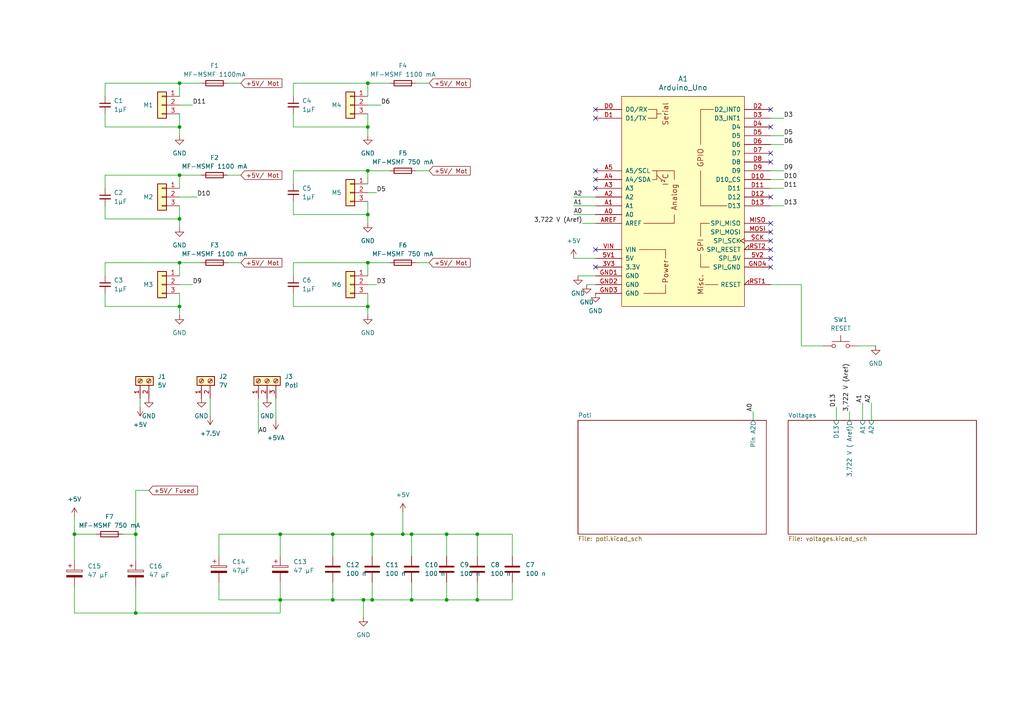
<source format=kicad_sch>
(kicad_sch (version 20230121) (generator eeschema)

  (uuid 5874b411-765e-4023-b822-259f32758ced)

  (paper "A4")

  (lib_symbols
    (symbol "1_ProjectSpecific:SW_Push" (pin_numbers hide) (pin_names (offset 1.016) hide) (in_bom yes) (on_board yes)
      (property "Reference" "SW" (at 1.27 2.54 0)
        (effects (font (size 1.27 1.27)) (justify left))
      )
      (property "Value" "SW_Push" (at 0 -1.524 0)
        (effects (font (size 1.27 1.27)))
      )
      (property "Footprint" "" (at 0 5.08 0)
        (effects (font (size 1.27 1.27)) hide)
      )
      (property "Datasheet" "~" (at 0 5.08 0)
        (effects (font (size 1.27 1.27)) hide)
      )
      (property "ki_keywords" "switch normally-open pushbutton push-button" (at 0 0 0)
        (effects (font (size 1.27 1.27)) hide)
      )
      (property "ki_description" "Push button switch, generic, two pins" (at 0 0 0)
        (effects (font (size 1.27 1.27)) hide)
      )
      (symbol "SW_Push_0_1"
        (circle (center -2.032 0) (radius 0.508)
          (stroke (width 0) (type default))
          (fill (type none))
        )
        (polyline
          (pts
            (xy 0 1.27)
            (xy 0 3.048)
          )
          (stroke (width 0) (type default))
          (fill (type none))
        )
        (polyline
          (pts
            (xy 2.54 1.27)
            (xy -2.54 1.27)
          )
          (stroke (width 0) (type default))
          (fill (type none))
        )
        (circle (center 2.032 0) (radius 0.508)
          (stroke (width 0) (type default))
          (fill (type none))
        )
        (pin passive line (at -5.08 0 0) (length 2.54)
          (name "1" (effects (font (size 1.27 1.27))))
          (number "1" (effects (font (size 1.27 1.27))))
        )
        (pin passive line (at 5.08 0 180) (length 2.54)
          (name "2" (effects (font (size 1.27 1.27))))
          (number "2" (effects (font (size 1.27 1.27))))
        )
      )
    )
    (symbol "Connector:Screw_Terminal_01x02" (pin_names (offset 1.016) hide) (in_bom yes) (on_board yes)
      (property "Reference" "J" (at 0 2.54 0)
        (effects (font (size 1.27 1.27)))
      )
      (property "Value" "Screw_Terminal_01x02" (at 0 -5.08 0)
        (effects (font (size 1.27 1.27)))
      )
      (property "Footprint" "" (at 0 0 0)
        (effects (font (size 1.27 1.27)) hide)
      )
      (property "Datasheet" "~" (at 0 0 0)
        (effects (font (size 1.27 1.27)) hide)
      )
      (property "ki_keywords" "screw terminal" (at 0 0 0)
        (effects (font (size 1.27 1.27)) hide)
      )
      (property "ki_description" "Generic screw terminal, single row, 01x02, script generated (kicad-library-utils/schlib/autogen/connector/)" (at 0 0 0)
        (effects (font (size 1.27 1.27)) hide)
      )
      (property "ki_fp_filters" "TerminalBlock*:*" (at 0 0 0)
        (effects (font (size 1.27 1.27)) hide)
      )
      (symbol "Screw_Terminal_01x02_1_1"
        (rectangle (start -1.27 1.27) (end 1.27 -3.81)
          (stroke (width 0.254) (type default))
          (fill (type background))
        )
        (circle (center 0 -2.54) (radius 0.635)
          (stroke (width 0.1524) (type default))
          (fill (type none))
        )
        (polyline
          (pts
            (xy -0.5334 -2.2098)
            (xy 0.3302 -3.048)
          )
          (stroke (width 0.1524) (type default))
          (fill (type none))
        )
        (polyline
          (pts
            (xy -0.5334 0.3302)
            (xy 0.3302 -0.508)
          )
          (stroke (width 0.1524) (type default))
          (fill (type none))
        )
        (polyline
          (pts
            (xy -0.3556 -2.032)
            (xy 0.508 -2.8702)
          )
          (stroke (width 0.1524) (type default))
          (fill (type none))
        )
        (polyline
          (pts
            (xy -0.3556 0.508)
            (xy 0.508 -0.3302)
          )
          (stroke (width 0.1524) (type default))
          (fill (type none))
        )
        (circle (center 0 0) (radius 0.635)
          (stroke (width 0.1524) (type default))
          (fill (type none))
        )
        (pin passive line (at -5.08 0 0) (length 3.81)
          (name "Pin_1" (effects (font (size 1.27 1.27))))
          (number "1" (effects (font (size 1.27 1.27))))
        )
        (pin passive line (at -5.08 -2.54 0) (length 3.81)
          (name "Pin_2" (effects (font (size 1.27 1.27))))
          (number "2" (effects (font (size 1.27 1.27))))
        )
      )
    )
    (symbol "Connector:Screw_Terminal_01x03" (pin_names (offset 1.016) hide) (in_bom yes) (on_board yes)
      (property "Reference" "J" (at 0 5.08 0)
        (effects (font (size 1.27 1.27)))
      )
      (property "Value" "Screw_Terminal_01x03" (at 0 -5.08 0)
        (effects (font (size 1.27 1.27)))
      )
      (property "Footprint" "" (at 0 0 0)
        (effects (font (size 1.27 1.27)) hide)
      )
      (property "Datasheet" "~" (at 0 0 0)
        (effects (font (size 1.27 1.27)) hide)
      )
      (property "ki_keywords" "screw terminal" (at 0 0 0)
        (effects (font (size 1.27 1.27)) hide)
      )
      (property "ki_description" "Generic screw terminal, single row, 01x03, script generated (kicad-library-utils/schlib/autogen/connector/)" (at 0 0 0)
        (effects (font (size 1.27 1.27)) hide)
      )
      (property "ki_fp_filters" "TerminalBlock*:*" (at 0 0 0)
        (effects (font (size 1.27 1.27)) hide)
      )
      (symbol "Screw_Terminal_01x03_1_1"
        (rectangle (start -1.27 3.81) (end 1.27 -3.81)
          (stroke (width 0.254) (type default))
          (fill (type background))
        )
        (circle (center 0 -2.54) (radius 0.635)
          (stroke (width 0.1524) (type default))
          (fill (type none))
        )
        (polyline
          (pts
            (xy -0.5334 -2.2098)
            (xy 0.3302 -3.048)
          )
          (stroke (width 0.1524) (type default))
          (fill (type none))
        )
        (polyline
          (pts
            (xy -0.5334 0.3302)
            (xy 0.3302 -0.508)
          )
          (stroke (width 0.1524) (type default))
          (fill (type none))
        )
        (polyline
          (pts
            (xy -0.5334 2.8702)
            (xy 0.3302 2.032)
          )
          (stroke (width 0.1524) (type default))
          (fill (type none))
        )
        (polyline
          (pts
            (xy -0.3556 -2.032)
            (xy 0.508 -2.8702)
          )
          (stroke (width 0.1524) (type default))
          (fill (type none))
        )
        (polyline
          (pts
            (xy -0.3556 0.508)
            (xy 0.508 -0.3302)
          )
          (stroke (width 0.1524) (type default))
          (fill (type none))
        )
        (polyline
          (pts
            (xy -0.3556 3.048)
            (xy 0.508 2.2098)
          )
          (stroke (width 0.1524) (type default))
          (fill (type none))
        )
        (circle (center 0 0) (radius 0.635)
          (stroke (width 0.1524) (type default))
          (fill (type none))
        )
        (circle (center 0 2.54) (radius 0.635)
          (stroke (width 0.1524) (type default))
          (fill (type none))
        )
        (pin passive line (at -5.08 2.54 0) (length 3.81)
          (name "Pin_1" (effects (font (size 1.27 1.27))))
          (number "1" (effects (font (size 1.27 1.27))))
        )
        (pin passive line (at -5.08 0 0) (length 3.81)
          (name "Pin_2" (effects (font (size 1.27 1.27))))
          (number "2" (effects (font (size 1.27 1.27))))
        )
        (pin passive line (at -5.08 -2.54 0) (length 3.81)
          (name "Pin_3" (effects (font (size 1.27 1.27))))
          (number "3" (effects (font (size 1.27 1.27))))
        )
      )
    )
    (symbol "Connector_Generic:Conn_01x03" (pin_names (offset 1.016) hide) (in_bom yes) (on_board yes)
      (property "Reference" "J" (at 0 5.08 0)
        (effects (font (size 1.27 1.27)))
      )
      (property "Value" "Conn_01x03" (at 0 -5.08 0)
        (effects (font (size 1.27 1.27)))
      )
      (property "Footprint" "" (at 0 0 0)
        (effects (font (size 1.27 1.27)) hide)
      )
      (property "Datasheet" "~" (at 0 0 0)
        (effects (font (size 1.27 1.27)) hide)
      )
      (property "ki_keywords" "connector" (at 0 0 0)
        (effects (font (size 1.27 1.27)) hide)
      )
      (property "ki_description" "Generic connector, single row, 01x03, script generated (kicad-library-utils/schlib/autogen/connector/)" (at 0 0 0)
        (effects (font (size 1.27 1.27)) hide)
      )
      (property "ki_fp_filters" "Connector*:*_1x??_*" (at 0 0 0)
        (effects (font (size 1.27 1.27)) hide)
      )
      (symbol "Conn_01x03_1_1"
        (rectangle (start -1.27 -2.413) (end 0 -2.667)
          (stroke (width 0.1524) (type default))
          (fill (type none))
        )
        (rectangle (start -1.27 0.127) (end 0 -0.127)
          (stroke (width 0.1524) (type default))
          (fill (type none))
        )
        (rectangle (start -1.27 2.667) (end 0 2.413)
          (stroke (width 0.1524) (type default))
          (fill (type none))
        )
        (rectangle (start -1.27 3.81) (end 1.27 -3.81)
          (stroke (width 0.254) (type default))
          (fill (type background))
        )
        (pin passive line (at -5.08 2.54 0) (length 3.81)
          (name "Pin_1" (effects (font (size 1.27 1.27))))
          (number "1" (effects (font (size 1.27 1.27))))
        )
        (pin passive line (at -5.08 0 0) (length 3.81)
          (name "Pin_2" (effects (font (size 1.27 1.27))))
          (number "2" (effects (font (size 1.27 1.27))))
        )
        (pin passive line (at -5.08 -2.54 0) (length 3.81)
          (name "Pin_3" (effects (font (size 1.27 1.27))))
          (number "3" (effects (font (size 1.27 1.27))))
        )
      )
    )
    (symbol "Device:C" (pin_numbers hide) (pin_names (offset 0.254)) (in_bom yes) (on_board yes)
      (property "Reference" "C" (at 0.635 2.54 0)
        (effects (font (size 1.27 1.27)) (justify left))
      )
      (property "Value" "C" (at 0.635 -2.54 0)
        (effects (font (size 1.27 1.27)) (justify left))
      )
      (property "Footprint" "" (at 0.9652 -3.81 0)
        (effects (font (size 1.27 1.27)) hide)
      )
      (property "Datasheet" "~" (at 0 0 0)
        (effects (font (size 1.27 1.27)) hide)
      )
      (property "ki_keywords" "cap capacitor" (at 0 0 0)
        (effects (font (size 1.27 1.27)) hide)
      )
      (property "ki_description" "Unpolarized capacitor" (at 0 0 0)
        (effects (font (size 1.27 1.27)) hide)
      )
      (property "ki_fp_filters" "C_*" (at 0 0 0)
        (effects (font (size 1.27 1.27)) hide)
      )
      (symbol "C_0_1"
        (polyline
          (pts
            (xy -2.032 -0.762)
            (xy 2.032 -0.762)
          )
          (stroke (width 0.508) (type default))
          (fill (type none))
        )
        (polyline
          (pts
            (xy -2.032 0.762)
            (xy 2.032 0.762)
          )
          (stroke (width 0.508) (type default))
          (fill (type none))
        )
      )
      (symbol "C_1_1"
        (pin passive line (at 0 3.81 270) (length 2.794)
          (name "~" (effects (font (size 1.27 1.27))))
          (number "1" (effects (font (size 1.27 1.27))))
        )
        (pin passive line (at 0 -3.81 90) (length 2.794)
          (name "~" (effects (font (size 1.27 1.27))))
          (number "2" (effects (font (size 1.27 1.27))))
        )
      )
    )
    (symbol "Device:C_Polarized" (pin_numbers hide) (pin_names (offset 0.254)) (in_bom yes) (on_board yes)
      (property "Reference" "C" (at 0.635 2.54 0)
        (effects (font (size 1.27 1.27)) (justify left))
      )
      (property "Value" "C_Polarized" (at 0.635 -2.54 0)
        (effects (font (size 1.27 1.27)) (justify left))
      )
      (property "Footprint" "" (at 0.9652 -3.81 0)
        (effects (font (size 1.27 1.27)) hide)
      )
      (property "Datasheet" "~" (at 0 0 0)
        (effects (font (size 1.27 1.27)) hide)
      )
      (property "ki_keywords" "cap capacitor" (at 0 0 0)
        (effects (font (size 1.27 1.27)) hide)
      )
      (property "ki_description" "Polarized capacitor" (at 0 0 0)
        (effects (font (size 1.27 1.27)) hide)
      )
      (property "ki_fp_filters" "CP_*" (at 0 0 0)
        (effects (font (size 1.27 1.27)) hide)
      )
      (symbol "C_Polarized_0_1"
        (rectangle (start -2.286 0.508) (end 2.286 1.016)
          (stroke (width 0) (type default))
          (fill (type none))
        )
        (polyline
          (pts
            (xy -1.778 2.286)
            (xy -0.762 2.286)
          )
          (stroke (width 0) (type default))
          (fill (type none))
        )
        (polyline
          (pts
            (xy -1.27 2.794)
            (xy -1.27 1.778)
          )
          (stroke (width 0) (type default))
          (fill (type none))
        )
        (rectangle (start 2.286 -0.508) (end -2.286 -1.016)
          (stroke (width 0) (type default))
          (fill (type outline))
        )
      )
      (symbol "C_Polarized_1_1"
        (pin passive line (at 0 3.81 270) (length 2.794)
          (name "~" (effects (font (size 1.27 1.27))))
          (number "1" (effects (font (size 1.27 1.27))))
        )
        (pin passive line (at 0 -3.81 90) (length 2.794)
          (name "~" (effects (font (size 1.27 1.27))))
          (number "2" (effects (font (size 1.27 1.27))))
        )
      )
    )
    (symbol "Device:C_Small" (pin_numbers hide) (pin_names (offset 0.254) hide) (in_bom yes) (on_board yes)
      (property "Reference" "C" (at 0.254 1.778 0)
        (effects (font (size 1.27 1.27)) (justify left))
      )
      (property "Value" "C_Small" (at 0.254 -2.032 0)
        (effects (font (size 1.27 1.27)) (justify left))
      )
      (property "Footprint" "" (at 0 0 0)
        (effects (font (size 1.27 1.27)) hide)
      )
      (property "Datasheet" "~" (at 0 0 0)
        (effects (font (size 1.27 1.27)) hide)
      )
      (property "ki_keywords" "capacitor cap" (at 0 0 0)
        (effects (font (size 1.27 1.27)) hide)
      )
      (property "ki_description" "Unpolarized capacitor, small symbol" (at 0 0 0)
        (effects (font (size 1.27 1.27)) hide)
      )
      (property "ki_fp_filters" "C_*" (at 0 0 0)
        (effects (font (size 1.27 1.27)) hide)
      )
      (symbol "C_Small_0_1"
        (polyline
          (pts
            (xy -1.524 -0.508)
            (xy 1.524 -0.508)
          )
          (stroke (width 0.3302) (type default))
          (fill (type none))
        )
        (polyline
          (pts
            (xy -1.524 0.508)
            (xy 1.524 0.508)
          )
          (stroke (width 0.3048) (type default))
          (fill (type none))
        )
      )
      (symbol "C_Small_1_1"
        (pin passive line (at 0 2.54 270) (length 2.032)
          (name "~" (effects (font (size 1.27 1.27))))
          (number "1" (effects (font (size 1.27 1.27))))
        )
        (pin passive line (at 0 -2.54 90) (length 2.032)
          (name "~" (effects (font (size 1.27 1.27))))
          (number "2" (effects (font (size 1.27 1.27))))
        )
      )
    )
    (symbol "Device:Fuse" (pin_numbers hide) (pin_names (offset 0)) (in_bom yes) (on_board yes)
      (property "Reference" "F" (at 2.032 0 90)
        (effects (font (size 1.27 1.27)))
      )
      (property "Value" "Fuse" (at -1.905 0 90)
        (effects (font (size 1.27 1.27)))
      )
      (property "Footprint" "" (at -1.778 0 90)
        (effects (font (size 1.27 1.27)) hide)
      )
      (property "Datasheet" "~" (at 0 0 0)
        (effects (font (size 1.27 1.27)) hide)
      )
      (property "ki_keywords" "fuse" (at 0 0 0)
        (effects (font (size 1.27 1.27)) hide)
      )
      (property "ki_description" "Fuse" (at 0 0 0)
        (effects (font (size 1.27 1.27)) hide)
      )
      (property "ki_fp_filters" "*Fuse*" (at 0 0 0)
        (effects (font (size 1.27 1.27)) hide)
      )
      (symbol "Fuse_0_1"
        (rectangle (start -0.762 -2.54) (end 0.762 2.54)
          (stroke (width 0.254) (type default))
          (fill (type none))
        )
        (polyline
          (pts
            (xy 0 2.54)
            (xy 0 -2.54)
          )
          (stroke (width 0) (type default))
          (fill (type none))
        )
      )
      (symbol "Fuse_1_1"
        (pin passive line (at 0 3.81 270) (length 1.27)
          (name "~" (effects (font (size 1.27 1.27))))
          (number "1" (effects (font (size 1.27 1.27))))
        )
        (pin passive line (at 0 -3.81 90) (length 1.27)
          (name "~" (effects (font (size 1.27 1.27))))
          (number "2" (effects (font (size 1.27 1.27))))
        )
      )
    )
    (symbol "arduino-library:Arduino_Uno_R2_Shield" (pin_names (offset 1.016)) (in_bom yes) (on_board yes)
      (property "Reference" "A" (at 0 36.83 0)
        (effects (font (size 1.524 1.524)))
      )
      (property "Value" "Arduino_Uno_R2_Shield" (at 0 33.02 0)
        (effects (font (size 1.524 1.524)))
      )
      (property "Footprint" "PCM_arduino-library:Arduino_Uno_R2_Shield" (at 0 -38.1 0)
        (effects (font (size 1.524 1.524)) hide)
      )
      (property "Datasheet" "https://startingelectronics.org/articles/arduino/uno-r3-r2-differences/" (at 0 -34.29 0)
        (effects (font (size 1.524 1.524)) hide)
      )
      (property "ki_keywords" "Arduino MPU Shield" (at 0 0 0)
        (effects (font (size 1.27 1.27)) hide)
      )
      (property "ki_description" "Shield for Arduino Uno R2" (at 0 0 0)
        (effects (font (size 1.27 1.27)) hide)
      )
      (property "ki_fp_filters" "Arduino_Uno_R2_Shield" (at 0 0 0)
        (effects (font (size 1.27 1.27)) hide)
      )
      (symbol "Arduino_Uno_R2_Shield_0_0"
        (rectangle (start -17.78 30.48) (end 17.78 -30.48)
          (stroke (width 0) (type default))
          (fill (type background))
        )
        (rectangle (start -12.7 -13.97) (end -5.08 -13.97)
          (stroke (width 0) (type default))
          (fill (type none))
        )
        (rectangle (start -11.43 -26.67) (end -5.08 -26.67)
          (stroke (width 0) (type default))
          (fill (type none))
        )
        (polyline
          (pts
            (xy -7.62 7.62)
            (xy -6.35 6.35)
          )
          (stroke (width 0) (type default))
          (fill (type none))
        )
        (polyline
          (pts
            (xy -7.62 25.4)
            (xy -6.35 25.4)
          )
          (stroke (width 0) (type default))
          (fill (type none))
        )
        (polyline
          (pts
            (xy -5.08 -26.67)
            (xy -5.08 -24.13)
          )
          (stroke (width 0) (type default))
          (fill (type none))
        )
        (polyline
          (pts
            (xy -5.08 -15.24)
            (xy -5.08 -16.51)
          )
          (stroke (width 0) (type default))
          (fill (type none))
        )
        (polyline
          (pts
            (xy -5.08 -13.97)
            (xy -5.08 -15.24)
          )
          (stroke (width 0) (type default))
          (fill (type none))
        )
        (polyline
          (pts
            (xy -2.54 -3.81)
            (xy -2.54 -6.35)
            (xy -11.43 -6.35)
          )
          (stroke (width 0) (type default))
          (fill (type none))
        )
        (polyline
          (pts
            (xy -2.54 6.35)
            (xy -2.54 8.89)
            (xy -8.89 8.89)
          )
          (stroke (width 0) (type default))
          (fill (type none))
        )
        (polyline
          (pts
            (xy 5.08 8.89)
            (xy 5.08 -1.27)
            (xy 12.7 -1.27)
          )
          (stroke (width 0) (type default))
          (fill (type none))
        )
        (polyline
          (pts
            (xy 5.08 16.51)
            (xy 5.08 26.67)
            (xy 8.89 26.67)
          )
          (stroke (width 0) (type default))
          (fill (type none))
        )
        (polyline
          (pts
            (xy -10.16 26.67)
            (xy -7.62 26.67)
            (xy -7.62 24.13)
            (xy -10.16 24.13)
          )
          (stroke (width 0) (type default))
          (fill (type none))
        )
        (polyline
          (pts
            (xy -8.89 8.89)
            (xy -7.62 8.89)
            (xy -7.62 6.35)
            (xy -8.89 6.35)
          )
          (stroke (width 0) (type default))
          (fill (type none))
        )
        (rectangle (start 5.08 -19.05) (end 5.08 -15.24)
          (stroke (width 0) (type default))
          (fill (type none))
        )
        (rectangle (start 5.08 -19.05) (end 7.62 -19.05)
          (stroke (width 0) (type default))
          (fill (type none))
        )
        (rectangle (start 5.08 -10.16) (end 5.08 -6.35)
          (stroke (width 0) (type default))
          (fill (type none))
        )
        (rectangle (start 6.35 -24.13) (end 10.16 -24.13)
          (stroke (width 0) (type default))
          (fill (type none))
        )
        (rectangle (start 7.62 -6.35) (end 5.08 -6.35)
          (stroke (width 0) (type default))
          (fill (type none))
        )
        (text "Analog" (at -2.54 1.27 900)
          (effects (font (size 1.524 1.524)))
        )
        (text "I²C" (at -5.08 6.35 900)
          (effects (font (size 1.524 1.524)))
        )
        (text "Misc." (at 5.08 -24.13 900)
          (effects (font (size 1.524 1.524)))
        )
        (text "Power" (at -5.08 -20.32 900)
          (effects (font (size 1.524 1.524)))
        )
        (text "Serial" (at -5.08 25.4 900)
          (effects (font (size 1.524 1.524)))
        )
        (text "SPI" (at 5.08 -12.7 900)
          (effects (font (size 1.524 1.524)))
        )
      )
      (symbol "Arduino_Uno_R2_Shield_1_0"
        (text "GPIO" (at 5.08 12.7 900)
          (effects (font (size 1.524 1.524)))
        )
      )
      (symbol "Arduino_Uno_R2_Shield_1_1"
        (pin power_out line (at -25.4 -19.05 0) (length 7.62)
          (name "3.3V" (effects (font (size 1.27 1.27))))
          (number "3V3" (effects (font (size 1.27 1.27))))
        )
        (pin power_in line (at -25.4 -16.51 0) (length 7.62)
          (name "5V" (effects (font (size 1.27 1.27))))
          (number "5V1" (effects (font (size 1.27 1.27))))
        )
        (pin power_in line (at 25.4 -16.51 180) (length 7.62)
          (name "SPI_5V" (effects (font (size 1.27 1.27))))
          (number "5V2" (effects (font (size 1.27 1.27))))
        )
        (pin bidirectional line (at -25.4 -3.81 0) (length 7.62)
          (name "A0" (effects (font (size 1.27 1.27))))
          (number "A0" (effects (font (size 1.27 1.27))))
        )
        (pin bidirectional line (at -25.4 -1.27 0) (length 7.62)
          (name "A1" (effects (font (size 1.27 1.27))))
          (number "A1" (effects (font (size 1.27 1.27))))
        )
        (pin bidirectional line (at -25.4 1.27 0) (length 7.62)
          (name "A2" (effects (font (size 1.27 1.27))))
          (number "A2" (effects (font (size 1.27 1.27))))
        )
        (pin bidirectional line (at -25.4 3.81 0) (length 7.62)
          (name "A3" (effects (font (size 1.27 1.27))))
          (number "A3" (effects (font (size 1.27 1.27))))
        )
        (pin bidirectional line (at -25.4 6.35 0) (length 7.62)
          (name "A4/SDA" (effects (font (size 1.27 1.27))))
          (number "A4" (effects (font (size 1.27 1.27))))
        )
        (pin bidirectional line (at -25.4 8.89 0) (length 7.62)
          (name "A5/SCL" (effects (font (size 1.27 1.27))))
          (number "A5" (effects (font (size 1.27 1.27))))
        )
        (pin input line (at -25.4 -6.35 0) (length 7.62)
          (name "AREF" (effects (font (size 1.27 1.27))))
          (number "AREF" (effects (font (size 1.27 1.27))))
        )
        (pin bidirectional line (at -25.4 26.67 0) (length 7.62)
          (name "D0/RX" (effects (font (size 1.27 1.27))))
          (number "D0" (effects (font (size 1.27 1.27))))
        )
        (pin bidirectional line (at -25.4 24.13 0) (length 7.62)
          (name "D1/TX" (effects (font (size 1.27 1.27))))
          (number "D1" (effects (font (size 1.27 1.27))))
        )
        (pin bidirectional line (at 25.4 6.35 180) (length 7.62)
          (name "D10_CS" (effects (font (size 1.27 1.27))))
          (number "D10" (effects (font (size 1.27 1.27))))
        )
        (pin bidirectional line (at 25.4 3.81 180) (length 7.62)
          (name "D11" (effects (font (size 1.27 1.27))))
          (number "D11" (effects (font (size 1.27 1.27))))
        )
        (pin bidirectional line (at 25.4 1.27 180) (length 7.62)
          (name "D12" (effects (font (size 1.27 1.27))))
          (number "D12" (effects (font (size 1.27 1.27))))
        )
        (pin bidirectional line (at 25.4 -1.27 180) (length 7.62)
          (name "D13" (effects (font (size 1.27 1.27))))
          (number "D13" (effects (font (size 1.27 1.27))))
        )
        (pin bidirectional line (at 25.4 26.67 180) (length 7.62)
          (name "D2_INT0" (effects (font (size 1.27 1.27))))
          (number "D2" (effects (font (size 1.27 1.27))))
        )
        (pin bidirectional line (at 25.4 24.13 180) (length 7.62)
          (name "D3_INT1" (effects (font (size 1.27 1.27))))
          (number "D3" (effects (font (size 1.27 1.27))))
        )
        (pin bidirectional line (at 25.4 21.59 180) (length 7.62)
          (name "D4" (effects (font (size 1.27 1.27))))
          (number "D4" (effects (font (size 1.27 1.27))))
        )
        (pin bidirectional line (at 25.4 19.05 180) (length 7.62)
          (name "D5" (effects (font (size 1.27 1.27))))
          (number "D5" (effects (font (size 1.27 1.27))))
        )
        (pin bidirectional line (at 25.4 16.51 180) (length 7.62)
          (name "D6" (effects (font (size 1.27 1.27))))
          (number "D6" (effects (font (size 1.27 1.27))))
        )
        (pin bidirectional line (at 25.4 13.97 180) (length 7.62)
          (name "D7" (effects (font (size 1.27 1.27))))
          (number "D7" (effects (font (size 1.27 1.27))))
        )
        (pin bidirectional line (at 25.4 11.43 180) (length 7.62)
          (name "D8" (effects (font (size 1.27 1.27))))
          (number "D8" (effects (font (size 1.27 1.27))))
        )
        (pin bidirectional line (at 25.4 8.89 180) (length 7.62)
          (name "D9" (effects (font (size 1.27 1.27))))
          (number "D9" (effects (font (size 1.27 1.27))))
        )
        (pin power_in line (at -25.4 -21.59 0) (length 7.62)
          (name "GND" (effects (font (size 1.27 1.27))))
          (number "GND1" (effects (font (size 1.27 1.27))))
        )
        (pin power_in line (at -25.4 -24.13 0) (length 7.62)
          (name "GND" (effects (font (size 1.27 1.27))))
          (number "GND2" (effects (font (size 1.27 1.27))))
        )
        (pin power_in line (at -25.4 -26.67 0) (length 7.62)
          (name "GND" (effects (font (size 1.27 1.27))))
          (number "GND3" (effects (font (size 1.27 1.27))))
        )
        (pin power_in line (at 25.4 -19.05 180) (length 7.62)
          (name "SPI_GND" (effects (font (size 1.27 1.27))))
          (number "GND4" (effects (font (size 1.27 1.27))))
        )
        (pin input line (at 25.4 -6.35 180) (length 7.62)
          (name "SPI_MISO" (effects (font (size 1.27 1.27))))
          (number "MISO" (effects (font (size 1.27 1.27))))
        )
        (pin output line (at 25.4 -8.89 180) (length 7.62)
          (name "SPI_MOSI" (effects (font (size 1.27 1.27))))
          (number "MOSI" (effects (font (size 1.27 1.27))))
        )
        (pin open_collector input_low (at 25.4 -24.13 180) (length 7.62)
          (name "RESET" (effects (font (size 1.27 1.27))))
          (number "RST1" (effects (font (size 1.27 1.27))))
        )
        (pin open_collector input_low (at 25.4 -13.97 180) (length 7.62)
          (name "SPI_RESET" (effects (font (size 1.27 1.27))))
          (number "RST2" (effects (font (size 1.27 1.27))))
        )
        (pin output clock (at 25.4 -11.43 180) (length 7.62)
          (name "SPI_SCK" (effects (font (size 1.27 1.27))))
          (number "SCK" (effects (font (size 1.27 1.27))))
        )
        (pin power_in line (at -25.4 -13.97 0) (length 7.62)
          (name "VIN" (effects (font (size 1.27 1.27))))
          (number "VIN" (effects (font (size 1.27 1.27))))
        )
      )
    )
    (symbol "power:+5V" (power) (pin_names (offset 0)) (in_bom yes) (on_board yes)
      (property "Reference" "#PWR" (at 0 -3.81 0)
        (effects (font (size 1.27 1.27)) hide)
      )
      (property "Value" "+5V" (at 0 3.556 0)
        (effects (font (size 1.27 1.27)))
      )
      (property "Footprint" "" (at 0 0 0)
        (effects (font (size 1.27 1.27)) hide)
      )
      (property "Datasheet" "" (at 0 0 0)
        (effects (font (size 1.27 1.27)) hide)
      )
      (property "ki_keywords" "global power" (at 0 0 0)
        (effects (font (size 1.27 1.27)) hide)
      )
      (property "ki_description" "Power symbol creates a global label with name \"+5V\"" (at 0 0 0)
        (effects (font (size 1.27 1.27)) hide)
      )
      (symbol "+5V_0_1"
        (polyline
          (pts
            (xy -0.762 1.27)
            (xy 0 2.54)
          )
          (stroke (width 0) (type default))
          (fill (type none))
        )
        (polyline
          (pts
            (xy 0 0)
            (xy 0 2.54)
          )
          (stroke (width 0) (type default))
          (fill (type none))
        )
        (polyline
          (pts
            (xy 0 2.54)
            (xy 0.762 1.27)
          )
          (stroke (width 0) (type default))
          (fill (type none))
        )
      )
      (symbol "+5V_1_1"
        (pin power_in line (at 0 0 90) (length 0) hide
          (name "+5V" (effects (font (size 1.27 1.27))))
          (number "1" (effects (font (size 1.27 1.27))))
        )
      )
    )
    (symbol "power:+5VA" (power) (pin_names (offset 0)) (in_bom yes) (on_board yes)
      (property "Reference" "#PWR" (at 0 -3.81 0)
        (effects (font (size 1.27 1.27)) hide)
      )
      (property "Value" "+5VA" (at 0 3.556 0)
        (effects (font (size 1.27 1.27)))
      )
      (property "Footprint" "" (at 0 0 0)
        (effects (font (size 1.27 1.27)) hide)
      )
      (property "Datasheet" "" (at 0 0 0)
        (effects (font (size 1.27 1.27)) hide)
      )
      (property "ki_keywords" "global power" (at 0 0 0)
        (effects (font (size 1.27 1.27)) hide)
      )
      (property "ki_description" "Power symbol creates a global label with name \"+5VA\"" (at 0 0 0)
        (effects (font (size 1.27 1.27)) hide)
      )
      (symbol "+5VA_0_1"
        (polyline
          (pts
            (xy -0.762 1.27)
            (xy 0 2.54)
          )
          (stroke (width 0) (type default))
          (fill (type none))
        )
        (polyline
          (pts
            (xy 0 0)
            (xy 0 2.54)
          )
          (stroke (width 0) (type default))
          (fill (type none))
        )
        (polyline
          (pts
            (xy 0 2.54)
            (xy 0.762 1.27)
          )
          (stroke (width 0) (type default))
          (fill (type none))
        )
      )
      (symbol "+5VA_1_1"
        (pin power_in line (at 0 0 90) (length 0) hide
          (name "+5VA" (effects (font (size 1.27 1.27))))
          (number "1" (effects (font (size 1.27 1.27))))
        )
      )
    )
    (symbol "power:+7.5V" (power) (pin_names (offset 0)) (in_bom yes) (on_board yes)
      (property "Reference" "#PWR" (at 0 -3.81 0)
        (effects (font (size 1.27 1.27)) hide)
      )
      (property "Value" "+7.5V" (at 0 3.556 0)
        (effects (font (size 1.27 1.27)))
      )
      (property "Footprint" "" (at 0 0 0)
        (effects (font (size 1.27 1.27)) hide)
      )
      (property "Datasheet" "" (at 0 0 0)
        (effects (font (size 1.27 1.27)) hide)
      )
      (property "ki_keywords" "global power" (at 0 0 0)
        (effects (font (size 1.27 1.27)) hide)
      )
      (property "ki_description" "Power symbol creates a global label with name \"+7.5V\"" (at 0 0 0)
        (effects (font (size 1.27 1.27)) hide)
      )
      (symbol "+7.5V_0_1"
        (polyline
          (pts
            (xy -0.762 1.27)
            (xy 0 2.54)
          )
          (stroke (width 0) (type default))
          (fill (type none))
        )
        (polyline
          (pts
            (xy 0 0)
            (xy 0 2.54)
          )
          (stroke (width 0) (type default))
          (fill (type none))
        )
        (polyline
          (pts
            (xy 0 2.54)
            (xy 0.762 1.27)
          )
          (stroke (width 0) (type default))
          (fill (type none))
        )
      )
      (symbol "+7.5V_1_1"
        (pin power_in line (at 0 0 90) (length 0) hide
          (name "+7.5V" (effects (font (size 1.27 1.27))))
          (number "1" (effects (font (size 1.27 1.27))))
        )
      )
    )
    (symbol "power:GND" (power) (pin_names (offset 0)) (in_bom yes) (on_board yes)
      (property "Reference" "#PWR" (at 0 -6.35 0)
        (effects (font (size 1.27 1.27)) hide)
      )
      (property "Value" "GND" (at 0 -3.81 0)
        (effects (font (size 1.27 1.27)))
      )
      (property "Footprint" "" (at 0 0 0)
        (effects (font (size 1.27 1.27)) hide)
      )
      (property "Datasheet" "" (at 0 0 0)
        (effects (font (size 1.27 1.27)) hide)
      )
      (property "ki_keywords" "global power" (at 0 0 0)
        (effects (font (size 1.27 1.27)) hide)
      )
      (property "ki_description" "Power symbol creates a global label with name \"GND\" , ground" (at 0 0 0)
        (effects (font (size 1.27 1.27)) hide)
      )
      (symbol "GND_0_1"
        (polyline
          (pts
            (xy 0 0)
            (xy 0 -1.27)
            (xy 1.27 -1.27)
            (xy 0 -2.54)
            (xy -1.27 -1.27)
            (xy 0 -1.27)
          )
          (stroke (width 0) (type default))
          (fill (type none))
        )
      )
      (symbol "GND_1_1"
        (pin power_in line (at 0 0 270) (length 0) hide
          (name "GND" (effects (font (size 1.27 1.27))))
          (number "1" (effects (font (size 1.27 1.27))))
        )
      )
    )
  )

  (junction (at 119.38 154.94) (diameter 0) (color 0 0 0 0)
    (uuid 0484ef68-1d88-4a6f-ab2c-7be22c26760a)
  )
  (junction (at 106.68 76.2) (diameter 0) (color 0 0 0 0)
    (uuid 06910b81-1a32-42bc-be10-34daaeece1c1)
  )
  (junction (at 52.07 36.83) (diameter 0) (color 0 0 0 0)
    (uuid 2163293e-340c-4715-a9b2-ba4f25115569)
  )
  (junction (at 52.07 24.13) (diameter 0) (color 0 0 0 0)
    (uuid 24dc4b2e-2427-43b0-8589-cd4a9eb1a7c1)
  )
  (junction (at 106.68 24.13) (diameter 0) (color 0 0 0 0)
    (uuid 27a80480-9f8f-4f36-8ed2-152438d912ae)
  )
  (junction (at 106.68 88.9) (diameter 0) (color 0 0 0 0)
    (uuid 293326ea-ce14-4000-ae24-4e094437cfe2)
  )
  (junction (at 52.07 63.5) (diameter 0) (color 0 0 0 0)
    (uuid 2aecb0f9-349d-4b36-b5be-db57206349d7)
  )
  (junction (at 96.52 173.99) (diameter 0) (color 0 0 0 0)
    (uuid 2b12dbd8-8a33-4aa6-88c0-e4ac6f300bf3)
  )
  (junction (at 107.95 173.99) (diameter 0) (color 0 0 0 0)
    (uuid 51cebf07-b649-4e7c-8237-5319e5b463e2)
  )
  (junction (at 52.07 76.2) (diameter 0) (color 0 0 0 0)
    (uuid 5ac7d44b-d340-4f91-b92f-7e8355f99d84)
  )
  (junction (at 138.43 154.94) (diameter 0) (color 0 0 0 0)
    (uuid 694ffabc-d03a-4569-9d8f-36b13236b8a1)
  )
  (junction (at 105.41 173.99) (diameter 0) (color 0 0 0 0)
    (uuid 6d987192-e61b-4568-a87a-26ffca09ff91)
  )
  (junction (at 106.68 62.23) (diameter 0) (color 0 0 0 0)
    (uuid 71d1e2f9-7450-4ed2-a3be-4265d70703f5)
  )
  (junction (at 21.59 154.94) (diameter 0) (color 0 0 0 0)
    (uuid 757b8ce5-664e-4c1d-ae5f-3cf864026eb8)
  )
  (junction (at 106.68 49.53) (diameter 0) (color 0 0 0 0)
    (uuid 84cd79ce-65e5-4cf3-8b28-a07d8aaee558)
  )
  (junction (at 129.54 173.99) (diameter 0) (color 0 0 0 0)
    (uuid 89860a7a-c2d7-4106-a423-93e00866444b)
  )
  (junction (at 138.43 173.99) (diameter 0) (color 0 0 0 0)
    (uuid 8c63fa15-8321-43ab-b831-afeb7b5292fd)
  )
  (junction (at 39.37 154.94) (diameter 0) (color 0 0 0 0)
    (uuid 8ee30640-5c62-4f4b-ac5c-578ed83d5839)
  )
  (junction (at 81.28 173.99) (diameter 0) (color 0 0 0 0)
    (uuid 9d7a6cd1-5660-424f-a72b-073992531e41)
  )
  (junction (at 52.07 50.8) (diameter 0) (color 0 0 0 0)
    (uuid a2536c1e-c03c-44dc-9b3e-aedbcf782930)
  )
  (junction (at 39.37 177.8) (diameter 0) (color 0 0 0 0)
    (uuid a3b91e93-a4f1-4982-a3ec-9ecca4b7ff81)
  )
  (junction (at 96.52 154.94) (diameter 0) (color 0 0 0 0)
    (uuid acec956b-39d4-43a8-8a6a-969f1280996a)
  )
  (junction (at 119.38 173.99) (diameter 0) (color 0 0 0 0)
    (uuid b750b93d-1332-4682-8bc9-e1be40664bde)
  )
  (junction (at 107.95 154.94) (diameter 0) (color 0 0 0 0)
    (uuid b7c08bb1-acd8-48be-bc7c-48dbeaafa7a6)
  )
  (junction (at 129.54 154.94) (diameter 0) (color 0 0 0 0)
    (uuid d501c238-c6ac-438d-bacb-7595a55cab32)
  )
  (junction (at 116.84 154.94) (diameter 0) (color 0 0 0 0)
    (uuid dadc46f9-63a4-4ad9-86a8-ab037581ebe7)
  )
  (junction (at 52.07 88.9) (diameter 0) (color 0 0 0 0)
    (uuid e3f1be4f-37a2-4093-b642-83e8abf112c3)
  )
  (junction (at 81.28 154.94) (diameter 0) (color 0 0 0 0)
    (uuid e918a628-a266-4449-8f28-89480150921e)
  )
  (junction (at 106.68 36.83) (diameter 0) (color 0 0 0 0)
    (uuid f4624be7-0cb4-4182-a119-a1306e4997b3)
  )

  (no_connect (at 172.72 54.61) (uuid 14f42dd8-694e-4ff9-902a-77f252d64f74))
  (no_connect (at 223.52 44.45) (uuid 2d948a6d-a77e-4476-a86b-ca6954c0ec6c))
  (no_connect (at 223.52 36.83) (uuid 326e1fcb-8398-4c7d-a03f-24bca9d570e1))
  (no_connect (at 223.52 57.15) (uuid 3ecaa567-f6e0-43d5-8c65-0f41fcccc6be))
  (no_connect (at 172.72 49.53) (uuid 4c4b975d-eddb-49e5-8390-d8396e83e445))
  (no_connect (at 172.72 34.29) (uuid 4dfd9b32-ec3a-4a8d-9602-77965f52f5de))
  (no_connect (at 223.52 72.39) (uuid 50c286f5-3fff-48a3-9482-c5dfc77e549e))
  (no_connect (at 223.52 46.99) (uuid 66aa0138-85dd-48b7-bb74-2b45557fe07f))
  (no_connect (at 223.52 64.77) (uuid 70855653-2320-495e-88eb-74bb1eec3a3b))
  (no_connect (at 223.52 77.47) (uuid 82c6385f-cc13-4ffb-aa04-513b098511da))
  (no_connect (at 172.72 77.47) (uuid 964b7ad6-19d3-493d-9c86-c940fb6cdcd0))
  (no_connect (at 223.52 69.85) (uuid 9e4c3087-a9d5-4222-b1bb-f2a94df0c4cf))
  (no_connect (at 223.52 31.75) (uuid aadc4598-5f9c-49a9-b9f3-0718eb44d323))
  (no_connect (at 172.72 52.07) (uuid ad6b6cb0-2186-4533-a9b8-49ad8a9f0355))
  (no_connect (at 223.52 74.93) (uuid cdca63cb-af15-4379-906f-4ba8b77dc8eb))
  (no_connect (at 223.52 67.31) (uuid de5f4b18-9715-4362-b7cf-b2806d555506))
  (no_connect (at 172.72 31.75) (uuid f0b324b8-cd20-4170-9638-8ad7b6a78230))
  (no_connect (at 172.72 72.39) (uuid facf2fc3-bb66-4aea-ab55-7871570c688c))

  (wire (pts (xy 106.68 58.42) (xy 106.68 62.23))
    (stroke (width 0) (type default))
    (uuid 0206caa0-2cf7-45c1-81a4-864d30afd132)
  )
  (wire (pts (xy 63.5 161.29) (xy 63.5 154.94))
    (stroke (width 0) (type default))
    (uuid 055b58f3-92c4-4840-a46f-aaeee384e17e)
  )
  (wire (pts (xy 106.68 88.9) (xy 106.68 91.44))
    (stroke (width 0) (type default))
    (uuid 065f3348-8a01-4f88-8785-a40a1f67657a)
  )
  (wire (pts (xy 227.33 34.29) (xy 223.52 34.29))
    (stroke (width 0) (type default))
    (uuid 06d3ac5b-d129-48f9-8640-5f397aa42b8c)
  )
  (wire (pts (xy 105.41 179.07) (xy 105.41 173.99))
    (stroke (width 0) (type default))
    (uuid 076f1bce-0203-4838-b1ad-c99cbf81e3c0)
  )
  (wire (pts (xy 30.48 24.13) (xy 30.48 27.94))
    (stroke (width 0) (type default))
    (uuid 0790cd61-18d2-458a-82da-4ccc4427857b)
  )
  (wire (pts (xy 55.88 82.55) (xy 52.07 82.55))
    (stroke (width 0) (type default))
    (uuid 081d73b4-8991-49e3-a9f8-2543066f3afd)
  )
  (wire (pts (xy 21.59 177.8) (xy 39.37 177.8))
    (stroke (width 0) (type default))
    (uuid 0c5de974-2a62-4762-a2a2-60491623e326)
  )
  (wire (pts (xy 107.95 173.99) (xy 105.41 173.99))
    (stroke (width 0) (type default))
    (uuid 0ca89a8c-5890-4b81-8afd-7c897f5ce2e2)
  )
  (wire (pts (xy 107.95 154.94) (xy 116.84 154.94))
    (stroke (width 0) (type default))
    (uuid 0dd9ca49-2095-475f-9df1-8eaf563fdc41)
  )
  (wire (pts (xy 21.59 170.18) (xy 21.59 177.8))
    (stroke (width 0) (type default))
    (uuid 0e984e4b-ef00-4a26-a654-1fc5d914ab0a)
  )
  (wire (pts (xy 85.09 49.53) (xy 106.68 49.53))
    (stroke (width 0) (type default))
    (uuid 0ece34e3-93da-4f68-8b47-f1740b0dcb49)
  )
  (wire (pts (xy 129.54 154.94) (xy 138.43 154.94))
    (stroke (width 0) (type default))
    (uuid 0f157a5f-e871-455e-80ff-a291c41beccc)
  )
  (wire (pts (xy 170.18 82.55) (xy 172.72 82.55))
    (stroke (width 0) (type default))
    (uuid 0f3cdf9c-98bd-4203-b75c-fce1ad1defe2)
  )
  (wire (pts (xy 52.07 24.13) (xy 58.42 24.13))
    (stroke (width 0) (type default))
    (uuid 0f5a96c7-3f53-4797-bddf-8cc40d63a065)
  )
  (wire (pts (xy 138.43 154.94) (xy 148.59 154.94))
    (stroke (width 0) (type default))
    (uuid 11c675a3-7059-4e2e-b8a5-b060e5171dd1)
  )
  (wire (pts (xy 138.43 154.94) (xy 138.43 161.29))
    (stroke (width 0) (type default))
    (uuid 14474018-8af0-4849-a91b-304f3734c85a)
  )
  (wire (pts (xy 138.43 173.99) (xy 129.54 173.99))
    (stroke (width 0) (type default))
    (uuid 148ad551-d722-4215-a8fc-64351cec8b12)
  )
  (wire (pts (xy 66.04 76.2) (xy 69.85 76.2))
    (stroke (width 0) (type default))
    (uuid 1496a196-ed7b-44b7-892f-a421a11ca35d)
  )
  (wire (pts (xy 74.93 125.73) (xy 74.93 115.57))
    (stroke (width 0) (type default))
    (uuid 195d7731-60a3-437d-94d2-e5dec60135d5)
  )
  (wire (pts (xy 232.41 100.33) (xy 232.41 82.55))
    (stroke (width 0) (type default))
    (uuid 1b7d13a1-fae1-456b-8bda-53600d9fe203)
  )
  (wire (pts (xy 232.41 82.55) (xy 223.52 82.55))
    (stroke (width 0) (type default))
    (uuid 1bb1e947-04e1-4bed-ad75-1f2c21cf885a)
  )
  (wire (pts (xy 106.68 24.13) (xy 106.68 27.94))
    (stroke (width 0) (type default))
    (uuid 1c6c0aa5-5a89-4c7a-85ca-c6aa3d6eae59)
  )
  (wire (pts (xy 109.22 82.55) (xy 106.68 82.55))
    (stroke (width 0) (type default))
    (uuid 1ce35baa-5c59-476a-b03a-5a3810c6a295)
  )
  (wire (pts (xy 30.48 85.09) (xy 30.48 88.9))
    (stroke (width 0) (type default))
    (uuid 236bf6e4-6ac8-40c3-a3d6-f3419f7b4512)
  )
  (wire (pts (xy 138.43 168.91) (xy 138.43 173.99))
    (stroke (width 0) (type default))
    (uuid 239fe70c-6013-4c9c-91a3-28af28201117)
  )
  (wire (pts (xy 52.07 24.13) (xy 52.07 27.94))
    (stroke (width 0) (type default))
    (uuid 27133b73-dba2-436b-90ae-305b6a1cb3ed)
  )
  (wire (pts (xy 52.07 76.2) (xy 58.42 76.2))
    (stroke (width 0) (type default))
    (uuid 27d4b2c9-44b6-4f3b-a6af-4d160c2974ca)
  )
  (wire (pts (xy 85.09 76.2) (xy 85.09 80.01))
    (stroke (width 0) (type default))
    (uuid 2a3c7f55-7a61-43ab-9219-88c194e4c16e)
  )
  (wire (pts (xy 167.64 80.01) (xy 172.72 80.01))
    (stroke (width 0) (type default))
    (uuid 2ba7d5d4-a1c0-46a4-87b6-c183d45b1a84)
  )
  (wire (pts (xy 52.07 33.02) (xy 52.07 36.83))
    (stroke (width 0) (type default))
    (uuid 2e0e8a43-4ba2-44e3-9356-984be7737fee)
  )
  (wire (pts (xy 218.44 119.38) (xy 218.44 121.92))
    (stroke (width 0) (type default))
    (uuid 2e52ede9-5164-4601-9ef1-0646eaa57c39)
  )
  (wire (pts (xy 85.09 49.53) (xy 85.09 53.34))
    (stroke (width 0) (type default))
    (uuid 2edb1325-933c-41fb-9f52-4c2a4e767001)
  )
  (wire (pts (xy 30.48 36.83) (xy 52.07 36.83))
    (stroke (width 0) (type default))
    (uuid 2f99a086-9d24-4014-abea-9134bfdd8f9b)
  )
  (wire (pts (xy 52.07 76.2) (xy 52.07 80.01))
    (stroke (width 0) (type default))
    (uuid 300a6077-f56e-4099-816c-f74e0670ca53)
  )
  (wire (pts (xy 21.59 149.86) (xy 21.59 154.94))
    (stroke (width 0) (type default))
    (uuid 3201ecd8-1fd0-46f1-901a-4b8d68633033)
  )
  (wire (pts (xy 106.68 33.02) (xy 106.68 36.83))
    (stroke (width 0) (type default))
    (uuid 37b6c99a-6a36-43d5-803b-92273096800c)
  )
  (wire (pts (xy 166.37 74.93) (xy 172.72 74.93))
    (stroke (width 0) (type default))
    (uuid 38866cca-010a-4e15-973a-46a2b4c64b76)
  )
  (wire (pts (xy 63.5 173.99) (xy 63.5 168.91))
    (stroke (width 0) (type default))
    (uuid 3a28d63a-3e72-4a15-b30c-e2b014c8fc98)
  )
  (wire (pts (xy 227.33 39.37) (xy 223.52 39.37))
    (stroke (width 0) (type default))
    (uuid 3ad1e667-3476-4276-a53e-ea9006dfe526)
  )
  (wire (pts (xy 166.37 59.69) (xy 172.72 59.69))
    (stroke (width 0) (type default))
    (uuid 3b27b591-042d-4429-891e-f021314ae80a)
  )
  (wire (pts (xy 119.38 168.91) (xy 119.38 173.99))
    (stroke (width 0) (type default))
    (uuid 3c2babd7-7a3a-441b-ab04-fd43bc84c1a3)
  )
  (wire (pts (xy 148.59 173.99) (xy 138.43 173.99))
    (stroke (width 0) (type default))
    (uuid 3cc7e202-4e62-480f-b88e-0736e2aeda28)
  )
  (wire (pts (xy 116.84 154.94) (xy 119.38 154.94))
    (stroke (width 0) (type default))
    (uuid 3cc9cdb3-09d3-4f23-9a6b-2b0432203d2f)
  )
  (wire (pts (xy 129.54 168.91) (xy 129.54 173.99))
    (stroke (width 0) (type default))
    (uuid 3eb5b71c-53da-4b42-8f8c-301cd6f61f57)
  )
  (wire (pts (xy 148.59 154.94) (xy 148.59 161.29))
    (stroke (width 0) (type default))
    (uuid 44115cc6-c975-4b0b-9d59-41f0bca72d19)
  )
  (wire (pts (xy 227.33 59.69) (xy 223.52 59.69))
    (stroke (width 0) (type default))
    (uuid 45e4def9-8640-41a2-b806-6182ba2c6956)
  )
  (wire (pts (xy 119.38 154.94) (xy 119.38 161.29))
    (stroke (width 0) (type default))
    (uuid 461753b7-342b-43b0-98b9-cb29c27acb65)
  )
  (wire (pts (xy 166.37 57.15) (xy 172.72 57.15))
    (stroke (width 0) (type default))
    (uuid 461d6a97-6391-488d-9636-61f86ceffd24)
  )
  (wire (pts (xy 107.95 168.91) (xy 107.95 173.99))
    (stroke (width 0) (type default))
    (uuid 46616df1-701c-41b0-a130-64fd6c064eb4)
  )
  (wire (pts (xy 129.54 173.99) (xy 119.38 173.99))
    (stroke (width 0) (type default))
    (uuid 478f376c-0e80-44e3-be7b-e2bf2cb22c50)
  )
  (wire (pts (xy 110.49 30.48) (xy 106.68 30.48))
    (stroke (width 0) (type default))
    (uuid 4bbafd12-8c5a-4590-abf8-3b422b61f42f)
  )
  (wire (pts (xy 80.01 121.92) (xy 80.01 115.57))
    (stroke (width 0) (type default))
    (uuid 4dace4e2-9321-45ca-b3d8-4cfe5597411a)
  )
  (wire (pts (xy 85.09 36.83) (xy 106.68 36.83))
    (stroke (width 0) (type default))
    (uuid 4dc5326f-8f89-4a74-aa62-9b315739fb5e)
  )
  (wire (pts (xy 96.52 168.91) (xy 96.52 173.99))
    (stroke (width 0) (type default))
    (uuid 4e7ca075-5878-49aa-a4d1-0d8d17ad73ff)
  )
  (wire (pts (xy 66.04 24.13) (xy 69.85 24.13))
    (stroke (width 0) (type default))
    (uuid 50d513e7-439f-4679-baa1-6ad70f290204)
  )
  (wire (pts (xy 166.37 62.23) (xy 172.72 62.23))
    (stroke (width 0) (type default))
    (uuid 514ecdc5-50dd-4adc-ad38-fd6b7db6da51)
  )
  (wire (pts (xy 52.07 50.8) (xy 52.07 54.61))
    (stroke (width 0) (type default))
    (uuid 53a327d3-6426-4389-86d6-2a1e7aec8cd6)
  )
  (wire (pts (xy 81.28 168.91) (xy 81.28 173.99))
    (stroke (width 0) (type default))
    (uuid 58b88342-09c4-48a1-93c5-ad39522d9637)
  )
  (wire (pts (xy 39.37 177.8) (xy 81.28 177.8))
    (stroke (width 0) (type default))
    (uuid 596b52dd-a3be-4619-8be9-0b84ea8bb9e7)
  )
  (wire (pts (xy 30.48 88.9) (xy 52.07 88.9))
    (stroke (width 0) (type default))
    (uuid 5a5d22a4-23da-4c21-bdf5-861fa60ac797)
  )
  (wire (pts (xy 238.76 100.33) (xy 232.41 100.33))
    (stroke (width 0) (type default))
    (uuid 5c73daf2-3808-4098-849a-3798fbf7f75b)
  )
  (wire (pts (xy 109.22 55.88) (xy 106.68 55.88))
    (stroke (width 0) (type default))
    (uuid 6853003e-01c9-4d70-98c2-63ba8c725248)
  )
  (wire (pts (xy 106.68 76.2) (xy 113.03 76.2))
    (stroke (width 0) (type default))
    (uuid 69506c0d-c477-4c95-bf42-5460da96067d)
  )
  (wire (pts (xy 106.68 36.83) (xy 106.68 39.37))
    (stroke (width 0) (type default))
    (uuid 6bcd7b8a-9bc2-4a7e-80e7-55aee1692229)
  )
  (wire (pts (xy 85.09 33.02) (xy 85.09 36.83))
    (stroke (width 0) (type default))
    (uuid 6befadb2-9ab8-48e1-95f2-daaadd5aefcc)
  )
  (wire (pts (xy 96.52 154.94) (xy 96.52 161.29))
    (stroke (width 0) (type default))
    (uuid 6d4249a2-9b29-46f9-84c8-37f2d372d836)
  )
  (wire (pts (xy 43.18 142.24) (xy 39.37 142.24))
    (stroke (width 0) (type default))
    (uuid 7094411d-c272-4b06-9a44-4cc58bf62c7b)
  )
  (wire (pts (xy 52.07 36.83) (xy 52.07 39.37))
    (stroke (width 0) (type default))
    (uuid 7788b327-1b4f-43a0-bff0-4414c1c0fb26)
  )
  (wire (pts (xy 106.68 49.53) (xy 113.03 49.53))
    (stroke (width 0) (type default))
    (uuid 780227ba-f7e3-4d74-adae-abb7ae3befb4)
  )
  (wire (pts (xy 250.19 116.84) (xy 250.19 121.92))
    (stroke (width 0) (type default))
    (uuid 7e54304f-0637-4345-b2bd-7aa1b10d1ae9)
  )
  (wire (pts (xy 85.09 62.23) (xy 106.68 62.23))
    (stroke (width 0) (type default))
    (uuid 7e9b4c2c-5ab3-4b24-82a5-825c8f83ca16)
  )
  (wire (pts (xy 39.37 142.24) (xy 39.37 154.94))
    (stroke (width 0) (type default))
    (uuid 80e8f171-9e5a-41a0-b28b-cd3734cd110f)
  )
  (wire (pts (xy 227.33 54.61) (xy 223.52 54.61))
    (stroke (width 0) (type default))
    (uuid 83b2a9c8-f0b1-445c-8d4b-f9b052bc50d0)
  )
  (wire (pts (xy 30.48 24.13) (xy 52.07 24.13))
    (stroke (width 0) (type default))
    (uuid 844bdfb0-4ec1-474e-b09d-3960e9adad72)
  )
  (wire (pts (xy 129.54 154.94) (xy 129.54 161.29))
    (stroke (width 0) (type default))
    (uuid 8497700b-ede1-4b95-8181-b198e900535a)
  )
  (wire (pts (xy 52.07 50.8) (xy 58.42 50.8))
    (stroke (width 0) (type default))
    (uuid 86d08650-a1aa-4746-90a1-25ffb8bfae59)
  )
  (wire (pts (xy 39.37 154.94) (xy 39.37 162.56))
    (stroke (width 0) (type default))
    (uuid 8706fd5b-c157-480f-9bf2-b20d14afa826)
  )
  (wire (pts (xy 85.09 24.13) (xy 106.68 24.13))
    (stroke (width 0) (type default))
    (uuid 89dbfe09-f844-4df7-93cb-5970d629d2c6)
  )
  (wire (pts (xy 40.64 118.11) (xy 40.64 115.57))
    (stroke (width 0) (type default))
    (uuid 8aefca80-9a94-4040-9948-a7f1a49b6666)
  )
  (wire (pts (xy 52.07 63.5) (xy 52.07 66.04))
    (stroke (width 0) (type default))
    (uuid 8b123e28-68c4-470e-abd9-8f1db582f14b)
  )
  (wire (pts (xy 106.68 76.2) (xy 106.68 80.01))
    (stroke (width 0) (type default))
    (uuid 8c75dda9-7947-4ac5-966a-011563379b52)
  )
  (wire (pts (xy 106.68 62.23) (xy 106.68 64.77))
    (stroke (width 0) (type default))
    (uuid 8e3eee46-cc0f-49bf-b56a-fbbb200bcf0f)
  )
  (wire (pts (xy 107.95 173.99) (xy 119.38 173.99))
    (stroke (width 0) (type default))
    (uuid 8eb13261-38c1-490f-98a5-8cfc7ae40760)
  )
  (wire (pts (xy 85.09 24.13) (xy 85.09 27.94))
    (stroke (width 0) (type default))
    (uuid 8f1a62e9-f971-4190-87fc-7014d076efde)
  )
  (wire (pts (xy 81.28 173.99) (xy 96.52 173.99))
    (stroke (width 0) (type default))
    (uuid 8f8503f0-902a-48bf-a4df-556d26169c7c)
  )
  (wire (pts (xy 21.59 154.94) (xy 27.94 154.94))
    (stroke (width 0) (type default))
    (uuid 91155ff6-f128-4ff1-bf12-1f4cae08ec2f)
  )
  (wire (pts (xy 96.52 173.99) (xy 105.41 173.99))
    (stroke (width 0) (type default))
    (uuid 913d8d84-4bf0-4507-b922-8eeac7db2257)
  )
  (wire (pts (xy 63.5 154.94) (xy 81.28 154.94))
    (stroke (width 0) (type default))
    (uuid 91f45a1b-eb7f-4d48-abbe-8b2bb9702541)
  )
  (wire (pts (xy 30.48 59.69) (xy 30.48 63.5))
    (stroke (width 0) (type default))
    (uuid 92cb3813-9902-4d71-8fdb-954fc63931b5)
  )
  (wire (pts (xy 81.28 173.99) (xy 63.5 173.99))
    (stroke (width 0) (type default))
    (uuid 93021541-a29f-40f3-a331-9a7b1d284f1b)
  )
  (wire (pts (xy 106.68 24.13) (xy 113.03 24.13))
    (stroke (width 0) (type default))
    (uuid 94147c0c-5116-4ccc-96bc-616e50a12937)
  )
  (wire (pts (xy 119.38 154.94) (xy 129.54 154.94))
    (stroke (width 0) (type default))
    (uuid 957e9fb2-8f0c-4e54-853f-821a9aabfa8d)
  )
  (wire (pts (xy 81.28 154.94) (xy 81.28 161.29))
    (stroke (width 0) (type default))
    (uuid 9ff726d3-4ca7-474a-9c66-b4cfa96c44dd)
  )
  (wire (pts (xy 85.09 88.9) (xy 106.68 88.9))
    (stroke (width 0) (type default))
    (uuid a0232099-76cc-4bea-b587-9817709bf90d)
  )
  (wire (pts (xy 52.07 85.09) (xy 52.07 88.9))
    (stroke (width 0) (type default))
    (uuid a125f6f5-0ff6-403f-8760-e5c5b130d38b)
  )
  (wire (pts (xy 35.56 154.94) (xy 39.37 154.94))
    (stroke (width 0) (type default))
    (uuid a1e5aa7b-a1bf-47ed-bc50-14a742f5baa2)
  )
  (wire (pts (xy 107.95 154.94) (xy 107.95 161.29))
    (stroke (width 0) (type default))
    (uuid a5e003f0-41cb-4922-908d-f7ebdf3eb7ed)
  )
  (wire (pts (xy 57.15 57.15) (xy 52.07 57.15))
    (stroke (width 0) (type default))
    (uuid adbfdf57-ab13-496b-b255-26d2793df294)
  )
  (wire (pts (xy 21.59 162.56) (xy 21.59 154.94))
    (stroke (width 0) (type default))
    (uuid aeac4d55-cb2f-46f6-9d81-a902bccd0e0f)
  )
  (wire (pts (xy 168.91 64.77) (xy 172.72 64.77))
    (stroke (width 0) (type default))
    (uuid b10ac5b9-ee88-4b3f-8bcc-d8a1f4a4cb77)
  )
  (wire (pts (xy 60.96 120.65) (xy 60.96 115.57))
    (stroke (width 0) (type default))
    (uuid b7c61701-2241-48cb-ad4e-76da4640d1db)
  )
  (wire (pts (xy 116.84 148.59) (xy 116.84 154.94))
    (stroke (width 0) (type default))
    (uuid b9f5572d-1e4f-4bdc-9208-da3a9f357cb4)
  )
  (wire (pts (xy 227.33 41.91) (xy 223.52 41.91))
    (stroke (width 0) (type default))
    (uuid becba663-6ea8-4758-b917-0f06605ebbe8)
  )
  (wire (pts (xy 148.59 168.91) (xy 148.59 173.99))
    (stroke (width 0) (type default))
    (uuid c67e7ed3-d000-4337-ad3f-104f2c9aa2f4)
  )
  (wire (pts (xy 85.09 85.09) (xy 85.09 88.9))
    (stroke (width 0) (type default))
    (uuid c6ff57a9-4495-4729-aecd-001ee44e510b)
  )
  (wire (pts (xy 254 100.33) (xy 248.92 100.33))
    (stroke (width 0) (type default))
    (uuid c8b3b154-3586-40fb-9329-48f3d061e49c)
  )
  (wire (pts (xy 242.57 118.11) (xy 242.57 121.92))
    (stroke (width 0) (type default))
    (uuid cb2c0413-e1cd-40ea-b3c7-338433d256d0)
  )
  (wire (pts (xy 120.65 49.53) (xy 124.46 49.53))
    (stroke (width 0) (type default))
    (uuid cb403de4-ad70-4ba0-bf3a-6ad9fd7dbff0)
  )
  (wire (pts (xy 81.28 154.94) (xy 96.52 154.94))
    (stroke (width 0) (type default))
    (uuid cefee60b-de99-4b2c-a767-47d578019086)
  )
  (wire (pts (xy 30.48 33.02) (xy 30.48 36.83))
    (stroke (width 0) (type default))
    (uuid cf74a894-c0c6-42d1-88b2-95586b5d33c3)
  )
  (wire (pts (xy 252.73 116.84) (xy 252.73 121.92))
    (stroke (width 0) (type default))
    (uuid d157c797-34b1-4a02-84bb-44c06da2e501)
  )
  (wire (pts (xy 66.04 50.8) (xy 69.85 50.8))
    (stroke (width 0) (type default))
    (uuid d1cca079-3095-4e12-9d4f-c72ccae6778e)
  )
  (wire (pts (xy 85.09 76.2) (xy 106.68 76.2))
    (stroke (width 0) (type default))
    (uuid d3be0d69-c989-44ba-bc22-1f0f9ec511cb)
  )
  (wire (pts (xy 106.68 85.09) (xy 106.68 88.9))
    (stroke (width 0) (type default))
    (uuid d6485578-0113-4db2-9f3e-b4b2f7153530)
  )
  (wire (pts (xy 120.65 24.13) (xy 124.46 24.13))
    (stroke (width 0) (type default))
    (uuid dcf8ea30-b0e6-4097-b908-2441449826a2)
  )
  (wire (pts (xy 55.88 30.48) (xy 52.07 30.48))
    (stroke (width 0) (type default))
    (uuid df2f0d8e-f685-4b23-acaa-4c08fb2e1327)
  )
  (wire (pts (xy 246.38 119.38) (xy 246.38 121.92))
    (stroke (width 0) (type default))
    (uuid df2fd53b-0409-4e52-afcd-45db6ad52cbf)
  )
  (wire (pts (xy 227.33 52.07) (xy 223.52 52.07))
    (stroke (width 0) (type default))
    (uuid e2e608a1-1ec9-4935-bdcf-77fafdd506b7)
  )
  (wire (pts (xy 30.48 50.8) (xy 30.48 54.61))
    (stroke (width 0) (type default))
    (uuid e7377e7f-29ff-4ee8-8450-2c124a871a45)
  )
  (wire (pts (xy 30.48 76.2) (xy 52.07 76.2))
    (stroke (width 0) (type default))
    (uuid e7eeb157-dcd0-4404-b424-7e1c3f687685)
  )
  (wire (pts (xy 39.37 170.18) (xy 39.37 177.8))
    (stroke (width 0) (type default))
    (uuid e848573a-38de-4d47-a948-787c3eb8e3eb)
  )
  (wire (pts (xy 30.48 63.5) (xy 52.07 63.5))
    (stroke (width 0) (type default))
    (uuid ea1d2cf9-6947-4124-85d5-0496eaa08975)
  )
  (wire (pts (xy 85.09 58.42) (xy 85.09 62.23))
    (stroke (width 0) (type default))
    (uuid f0cf5fdd-4671-4f51-b304-58870db910a3)
  )
  (wire (pts (xy 106.68 49.53) (xy 106.68 53.34))
    (stroke (width 0) (type default))
    (uuid f1002fb4-0e41-4b92-9925-e539d9330c9f)
  )
  (wire (pts (xy 96.52 154.94) (xy 107.95 154.94))
    (stroke (width 0) (type default))
    (uuid f1c033a9-18b2-4f69-84e2-cddad8413e87)
  )
  (wire (pts (xy 52.07 88.9) (xy 52.07 91.44))
    (stroke (width 0) (type default))
    (uuid f1d458e8-abd3-47a9-8ee2-4e82111e31bb)
  )
  (wire (pts (xy 30.48 76.2) (xy 30.48 80.01))
    (stroke (width 0) (type default))
    (uuid f3ae5677-d044-453d-9fc4-65cadf061b31)
  )
  (wire (pts (xy 30.48 50.8) (xy 52.07 50.8))
    (stroke (width 0) (type default))
    (uuid f49e18da-70d8-4bc8-9790-4811c5924f8e)
  )
  (wire (pts (xy 52.07 59.69) (xy 52.07 63.5))
    (stroke (width 0) (type default))
    (uuid f9eda153-ede8-4685-a6a8-a270f2a33c49)
  )
  (wire (pts (xy 81.28 177.8) (xy 81.28 173.99))
    (stroke (width 0) (type default))
    (uuid fcd78fef-e7e0-43d4-8d75-37b6611ea371)
  )
  (wire (pts (xy 227.33 49.53) (xy 223.52 49.53))
    (stroke (width 0) (type default))
    (uuid ff61d163-84a3-46ee-9e48-97d20288487d)
  )
  (wire (pts (xy 120.65 76.2) (xy 124.46 76.2))
    (stroke (width 0) (type default))
    (uuid ff8666e8-0a7b-4c42-a4bf-7e819d29301f)
  )

  (label "A0" (at 166.37 62.23 0) (fields_autoplaced)
    (effects (font (size 1.27 1.27)) (justify left bottom))
    (uuid 02b24fe8-e491-4ef2-b4df-0e45665d2cd4)
  )
  (label "D10" (at 227.33 52.07 0) (fields_autoplaced)
    (effects (font (size 1.27 1.27)) (justify left bottom))
    (uuid 2943bb36-f4f4-49a9-977c-643383a84ca7)
  )
  (label "D11" (at 227.33 54.61 0) (fields_autoplaced)
    (effects (font (size 1.27 1.27)) (justify left bottom))
    (uuid 29e1e2e2-5533-464b-a9da-06cd578f102c)
  )
  (label "D5" (at 109.22 55.88 0) (fields_autoplaced)
    (effects (font (size 1.27 1.27)) (justify left bottom))
    (uuid 2ae6894e-39c1-4f6e-8119-ec999f583697)
  )
  (label "D6" (at 110.49 30.48 0) (fields_autoplaced)
    (effects (font (size 1.27 1.27)) (justify left bottom))
    (uuid 2f7da2d7-7b59-4177-8d96-281d22a3b07e)
  )
  (label "D5" (at 227.33 39.37 0) (fields_autoplaced)
    (effects (font (size 1.27 1.27)) (justify left bottom))
    (uuid 35cea581-112c-4c7b-a363-0dccc3529a69)
  )
  (label "D13" (at 227.33 59.69 0) (fields_autoplaced)
    (effects (font (size 1.27 1.27)) (justify left bottom))
    (uuid 46fb8c45-7b28-42d9-bf2b-0e5d4ad5d187)
  )
  (label "D6" (at 227.33 41.91 0) (fields_autoplaced)
    (effects (font (size 1.27 1.27)) (justify left bottom))
    (uuid 47b88413-4e9f-4a7e-805a-d8acb461456f)
  )
  (label "D3" (at 227.33 34.29 0) (fields_autoplaced)
    (effects (font (size 1.27 1.27)) (justify left bottom))
    (uuid 54727249-d38c-466d-b432-524b1e275a04)
  )
  (label "D9" (at 227.33 49.53 0) (fields_autoplaced)
    (effects (font (size 1.27 1.27)) (justify left bottom))
    (uuid 67a28aa7-40ce-48ed-b545-8f1b8cfaadff)
  )
  (label "A1" (at 166.37 59.69 0) (fields_autoplaced)
    (effects (font (size 1.27 1.27)) (justify left bottom))
    (uuid 681a1a7b-25b2-4ede-898c-bc2296a1f005)
  )
  (label "D11" (at 55.88 30.48 0) (fields_autoplaced)
    (effects (font (size 1.27 1.27)) (justify left bottom))
    (uuid ace96da3-da89-4d42-9718-68ac02c533a3)
  )
  (label "D9" (at 55.88 82.55 0) (fields_autoplaced)
    (effects (font (size 1.27 1.27)) (justify left bottom))
    (uuid ae545643-5acf-40ac-8012-a8bcb659a4ee)
  )
  (label "D3" (at 109.22 82.55 0) (fields_autoplaced)
    (effects (font (size 1.27 1.27)) (justify left bottom))
    (uuid bcc33093-9e8f-4d64-ad63-d6027469a84d)
  )
  (label "3,722 V (Aref)" (at 246.38 119.38 90) (fields_autoplaced)
    (effects (font (size 1.27 1.27)) (justify left bottom))
    (uuid be7a376f-4540-4e6e-8278-acf44663f71d)
  )
  (label "A0" (at 218.44 119.38 90) (fields_autoplaced)
    (effects (font (size 1.27 1.27)) (justify left bottom))
    (uuid c4b2024f-38da-480a-aa41-1e4c311c7278)
  )
  (label "A2" (at 166.37 57.15 0) (fields_autoplaced)
    (effects (font (size 1.27 1.27)) (justify left bottom))
    (uuid ce2df9f9-762f-40ec-99b6-916efd2745e9)
  )
  (label "3,722 V (Aref)" (at 168.91 64.77 180) (fields_autoplaced)
    (effects (font (size 1.27 1.27)) (justify right bottom))
    (uuid d5ec65db-09de-4a5c-899e-b1d57c49552e)
  )
  (label "D10" (at 57.15 57.15 0) (fields_autoplaced)
    (effects (font (size 1.27 1.27)) (justify left bottom))
    (uuid d8f1ddcc-bf62-462f-88e8-b93ee8ef445b)
  )
  (label "D13" (at 242.57 118.11 90) (fields_autoplaced)
    (effects (font (size 1.27 1.27)) (justify left bottom))
    (uuid e6d99a1d-4795-4739-9019-e18a7c009e54)
  )
  (label "A1" (at 250.19 116.84 90) (fields_autoplaced)
    (effects (font (size 1.27 1.27)) (justify left bottom))
    (uuid e8553f24-7444-4a8d-866e-8ca5441d12b9)
  )
  (label "A2" (at 252.73 116.84 90) (fields_autoplaced)
    (effects (font (size 1.27 1.27)) (justify left bottom))
    (uuid ecefce53-c677-4f05-b9e5-2f922ab4bd90)
  )
  (label "A0" (at 74.93 125.73 0) (fields_autoplaced)
    (effects (font (size 1.27 1.27)) (justify left bottom))
    (uuid f9cbd580-4bf2-4974-b685-7c721ee8c872)
  )

  (global_label "+5V{slash} Fused" (shape input) (at 43.18 142.24 0) (fields_autoplaced)
    (effects (font (size 1.27 1.27)) (justify left))
    (uuid 01380365-a6ef-49fb-bf77-2db9cf4cf05f)
    (property "Intersheetrefs" "${INTERSHEET_REFS}" (at 57.8371 142.24 0)
      (effects (font (size 1.27 1.27)) (justify left) hide)
    )
  )
  (global_label "+5V{slash} Mot" (shape input) (at 124.46 76.2 0) (fields_autoplaced)
    (effects (font (size 1.27 1.27)) (justify left))
    (uuid 08b3f6e3-36bb-4f23-bb30-4463f055b8b4)
    (property "Intersheetrefs" "${INTERSHEET_REFS}" (at 136.9399 76.2 0)
      (effects (font (size 1.27 1.27)) (justify left) hide)
    )
  )
  (global_label "+5V{slash} Mot" (shape input) (at 69.85 76.2 0) (fields_autoplaced)
    (effects (font (size 1.27 1.27)) (justify left))
    (uuid 4558c231-df45-411e-a859-ca13965511eb)
    (property "Intersheetrefs" "${INTERSHEET_REFS}" (at 82.3299 76.2 0)
      (effects (font (size 1.27 1.27)) (justify left) hide)
    )
  )
  (global_label "+5V{slash} Mot" (shape input) (at 69.85 24.13 0) (fields_autoplaced)
    (effects (font (size 1.27 1.27)) (justify left))
    (uuid 6f4ecd4f-a4aa-4d54-86c4-6178f66e1c72)
    (property "Intersheetrefs" "${INTERSHEET_REFS}" (at 82.3299 24.13 0)
      (effects (font (size 1.27 1.27)) (justify left) hide)
    )
  )
  (global_label "+5V{slash} Mot" (shape input) (at 124.46 49.53 0) (fields_autoplaced)
    (effects (font (size 1.27 1.27)) (justify left))
    (uuid 8ecb5785-22cc-4814-9ba5-dc51a1b11642)
    (property "Intersheetrefs" "${INTERSHEET_REFS}" (at 136.9399 49.53 0)
      (effects (font (size 1.27 1.27)) (justify left) hide)
    )
  )
  (global_label "+5V{slash} Mot" (shape input) (at 69.85 50.8 0) (fields_autoplaced)
    (effects (font (size 1.27 1.27)) (justify left))
    (uuid f9e5a8ee-09b0-4c81-bbeb-b9da515faf9b)
    (property "Intersheetrefs" "${INTERSHEET_REFS}" (at 82.3299 50.8 0)
      (effects (font (size 1.27 1.27)) (justify left) hide)
    )
  )
  (global_label "+5V{slash} Mot" (shape input) (at 124.46 24.13 0) (fields_autoplaced)
    (effects (font (size 1.27 1.27)) (justify left))
    (uuid fc68cb24-52c2-4772-a3aa-3387ecd7b5db)
    (property "Intersheetrefs" "${INTERSHEET_REFS}" (at 136.9399 24.13 0)
      (effects (font (size 1.27 1.27)) (justify left) hide)
    )
  )

  (symbol (lib_id "power:GND") (at 106.68 64.77 0) (unit 1)
    (in_bom yes) (on_board yes) (dnp no)
    (uuid 01856ce8-72d9-476f-af54-175ff628760d)
    (property "Reference" "#PWR05" (at 106.68 71.12 0)
      (effects (font (size 1.27 1.27)) hide)
    )
    (property "Value" "GND" (at 106.68 69.85 0)
      (effects (font (size 1.27 1.27)))
    )
    (property "Footprint" "" (at 106.68 64.77 0)
      (effects (font (size 1.27 1.27)) hide)
    )
    (property "Datasheet" "" (at 106.68 64.77 0)
      (effects (font (size 1.27 1.27)) hide)
    )
    (pin "1" (uuid dcc83a62-3e9a-483e-94d5-3715b9dcbe30))
    (instances
      (project "PCB_PowerElectronics"
        (path "/5874b411-765e-4023-b822-259f32758ced"
          (reference "#PWR05") (unit 1)
        )
      )
    )
  )

  (symbol (lib_id "Device:Fuse") (at 62.23 24.13 90) (unit 1)
    (in_bom yes) (on_board yes) (dnp no) (fields_autoplaced)
    (uuid 05f31de4-8ecc-4e2e-a4d1-5437a0559194)
    (property "Reference" "F1" (at 62.23 19.05 90)
      (effects (font (size 1.27 1.27)))
    )
    (property "Value" "MF-MSMF 1100mA" (at 62.23 21.59 90)
      (effects (font (size 1.27 1.27)))
    )
    (property "Footprint" "Fuse:Fuse_1812_4532Metric" (at 62.23 25.908 90)
      (effects (font (size 1.27 1.27)) hide)
    )
    (property "Datasheet" "https://www.mouser.de/ProductDetail/Bourns/MF-MSMF075-2?qs=IoIjxgSWmn0VfZs9PqWlxA%3D%3D" (at 62.23 24.13 0)
      (effects (font (size 1.27 1.27)) hide)
    )
    (pin "1" (uuid 1f8c7a71-2c47-4a59-a453-51d7831a3567))
    (pin "2" (uuid 0db02ee9-fefe-4ce1-874f-1d4929c47af4))
    (instances
      (project "PCB_PowerElectronics"
        (path "/5874b411-765e-4023-b822-259f32758ced"
          (reference "F1") (unit 1)
        )
      )
    )
  )

  (symbol (lib_id "Device:Fuse") (at 62.23 76.2 90) (unit 1)
    (in_bom yes) (on_board yes) (dnp no) (fields_autoplaced)
    (uuid 0648acdb-2eef-4c3b-8ec7-03a6c8c6876f)
    (property "Reference" "F3" (at 62.23 71.12 90)
      (effects (font (size 1.27 1.27)))
    )
    (property "Value" "MF-MSMF 1100 mA" (at 62.23 73.66 90)
      (effects (font (size 1.27 1.27)))
    )
    (property "Footprint" "Fuse:Fuse_1812_4532Metric" (at 62.23 77.978 90)
      (effects (font (size 1.27 1.27)) hide)
    )
    (property "Datasheet" "~" (at 62.23 76.2 0)
      (effects (font (size 1.27 1.27)) hide)
    )
    (pin "1" (uuid 10c2dc6f-c97e-4918-a8a2-b1f74f02c255))
    (pin "2" (uuid 1c2ed108-b753-4ea4-826d-4debc8e7f251))
    (instances
      (project "PCB_PowerElectronics"
        (path "/5874b411-765e-4023-b822-259f32758ced"
          (reference "F3") (unit 1)
        )
      )
    )
  )

  (symbol (lib_id "Connector:Screw_Terminal_01x02") (at 40.64 110.49 90) (unit 1)
    (in_bom yes) (on_board yes) (dnp no) (fields_autoplaced)
    (uuid 0815f9a2-14a3-4076-9990-77a72f6e6451)
    (property "Reference" "J1" (at 45.72 109.22 90)
      (effects (font (size 1.27 1.27)) (justify right))
    )
    (property "Value" "5V" (at 45.72 111.76 90)
      (effects (font (size 1.27 1.27)) (justify right))
    )
    (property "Footprint" "Connector_Phoenix_MC:PhoenixContact_MC_1,5_2-G-3.81_1x02_P3.81mm_Horizontal" (at 40.64 110.49 0)
      (effects (font (size 1.27 1.27)) hide)
    )
    (property "Datasheet" "~" (at 40.64 110.49 0)
      (effects (font (size 1.27 1.27)) hide)
    )
    (pin "1" (uuid b957e412-02e0-41bd-be2e-a804743a4dd8))
    (pin "2" (uuid 93ac7cd4-e2b3-4dca-8b8f-b58a5668c740))
    (instances
      (project "PCB_PowerElectronics"
        (path "/5874b411-765e-4023-b822-259f32758ced"
          (reference "J1") (unit 1)
        )
      )
    )
  )

  (symbol (lib_id "Device:C_Small") (at 85.09 30.48 0) (unit 1)
    (in_bom yes) (on_board yes) (dnp no)
    (uuid 08c488e9-40a3-42fd-8904-e2a56a2c460d)
    (property "Reference" "C4" (at 87.63 29.2163 0)
      (effects (font (size 1.27 1.27)) (justify left))
    )
    (property "Value" "1µF" (at 87.63 31.7563 0)
      (effects (font (size 1.27 1.27)) (justify left))
    )
    (property "Footprint" "Capacitor_SMD:C_1206_3216Metric_Pad1.33x1.80mm_HandSolder" (at 85.09 30.48 0)
      (effects (font (size 1.27 1.27)) hide)
    )
    (property "Datasheet" "~" (at 85.09 30.48 0)
      (effects (font (size 1.27 1.27)) hide)
    )
    (pin "1" (uuid 085bba79-0b35-47e8-8dbb-60f0e7d785b7))
    (pin "2" (uuid 6c5b620e-85ac-4312-825c-38a345f06f7f))
    (instances
      (project "PCB_PowerElectronics"
        (path "/5874b411-765e-4023-b822-259f32758ced"
          (reference "C4") (unit 1)
        )
      )
    )
  )

  (symbol (lib_id "power:GND") (at 52.07 66.04 0) (unit 1)
    (in_bom yes) (on_board yes) (dnp no)
    (uuid 0b5c959c-2d70-43dd-89f1-e037330f3732)
    (property "Reference" "#PWR01" (at 52.07 72.39 0)
      (effects (font (size 1.27 1.27)) hide)
    )
    (property "Value" "GND" (at 52.07 71.12 0)
      (effects (font (size 1.27 1.27)))
    )
    (property "Footprint" "" (at 52.07 66.04 0)
      (effects (font (size 1.27 1.27)) hide)
    )
    (property "Datasheet" "" (at 52.07 66.04 0)
      (effects (font (size 1.27 1.27)) hide)
    )
    (pin "1" (uuid b45983c2-e473-46d7-a691-ae7e5f144e9b))
    (instances
      (project "PCB_PowerElectronics"
        (path "/5874b411-765e-4023-b822-259f32758ced"
          (reference "#PWR01") (unit 1)
        )
      )
    )
  )

  (symbol (lib_id "power:GND") (at 106.68 39.37 0) (unit 1)
    (in_bom yes) (on_board yes) (dnp no)
    (uuid 22742e9a-e573-48b0-b467-1591cd692f7f)
    (property "Reference" "#PWR04" (at 106.68 45.72 0)
      (effects (font (size 1.27 1.27)) hide)
    )
    (property "Value" "GND" (at 106.68 44.45 0)
      (effects (font (size 1.27 1.27)))
    )
    (property "Footprint" "" (at 106.68 39.37 0)
      (effects (font (size 1.27 1.27)) hide)
    )
    (property "Datasheet" "" (at 106.68 39.37 0)
      (effects (font (size 1.27 1.27)) hide)
    )
    (pin "1" (uuid a9259595-2a8f-4b6e-8236-690ab1238b6b))
    (instances
      (project "PCB_PowerElectronics"
        (path "/5874b411-765e-4023-b822-259f32758ced"
          (reference "#PWR04") (unit 1)
        )
      )
    )
  )

  (symbol (lib_id "Device:C_Small") (at 30.48 30.48 0) (unit 1)
    (in_bom yes) (on_board yes) (dnp no) (fields_autoplaced)
    (uuid 24e23089-d8d3-493c-bd10-65679ebdd776)
    (property "Reference" "C1" (at 33.02 29.2163 0)
      (effects (font (size 1.27 1.27)) (justify left))
    )
    (property "Value" "1µF" (at 33.02 31.7563 0)
      (effects (font (size 1.27 1.27)) (justify left))
    )
    (property "Footprint" "Capacitor_SMD:C_1206_3216Metric_Pad1.33x1.80mm_HandSolder" (at 30.48 30.48 0)
      (effects (font (size 1.27 1.27)) hide)
    )
    (property "Datasheet" "~" (at 30.48 30.48 0)
      (effects (font (size 1.27 1.27)) hide)
    )
    (pin "1" (uuid 7281c2f2-ad13-4f25-a3bf-084e8fe72b0c))
    (pin "2" (uuid da02e236-f1fd-4ad8-91df-4e7f9d431d94))
    (instances
      (project "PCB_PowerElectronics"
        (path "/5874b411-765e-4023-b822-259f32758ced"
          (reference "C1") (unit 1)
        )
      )
    )
  )

  (symbol (lib_id "power:+5V") (at 40.64 118.11 180) (unit 1)
    (in_bom yes) (on_board yes) (dnp no) (fields_autoplaced)
    (uuid 2a447ed8-96b6-41a1-8e50-6ebd225f1e89)
    (property "Reference" "#PWR021" (at 40.64 114.3 0)
      (effects (font (size 1.27 1.27)) hide)
    )
    (property "Value" "+5V" (at 40.64 123.19 0)
      (effects (font (size 1.27 1.27)))
    )
    (property "Footprint" "" (at 40.64 118.11 0)
      (effects (font (size 1.27 1.27)) hide)
    )
    (property "Datasheet" "" (at 40.64 118.11 0)
      (effects (font (size 1.27 1.27)) hide)
    )
    (pin "1" (uuid 506c7175-cad7-4fb0-8e63-a6298b8e0ea0))
    (instances
      (project "PCB_PowerElectronics"
        (path "/5874b411-765e-4023-b822-259f32758ced"
          (reference "#PWR021") (unit 1)
        )
      )
    )
  )

  (symbol (lib_id "1_ProjectSpecific:SW_Push") (at 243.84 100.33 0) (unit 1)
    (in_bom yes) (on_board yes) (dnp no) (fields_autoplaced)
    (uuid 311a22c1-d4c7-4ccc-8802-43527948b60e)
    (property "Reference" "SW1" (at 243.84 92.71 0)
      (effects (font (size 1.27 1.27)))
    )
    (property "Value" "RESET" (at 243.84 95.25 0)
      (effects (font (size 1.27 1.27)))
    )
    (property "Footprint" "1_ProjectSpecific:SMD-Switch" (at 243.84 95.25 0)
      (effects (font (size 1.27 1.27)) hide)
    )
    (property "Datasheet" "~" (at 243.84 95.25 0)
      (effects (font (size 1.27 1.27)) hide)
    )
    (pin "1" (uuid 76f2d8d1-d4d1-4a61-911f-b6a161e37f8d))
    (pin "2" (uuid 34478df2-b292-4951-8ed3-826feb756131))
    (instances
      (project "PCB_PowerElectronics"
        (path "/5874b411-765e-4023-b822-259f32758ced"
          (reference "SW1") (unit 1)
        )
      )
    )
  )

  (symbol (lib_id "Connector_Generic:Conn_01x03") (at 46.99 30.48 0) (mirror y) (unit 1)
    (in_bom yes) (on_board yes) (dnp no) (fields_autoplaced)
    (uuid 35d36b23-e9e4-4cda-a8c7-a73363af63e4)
    (property "Reference" "M1" (at 44.45 30.48 0)
      (effects (font (size 1.27 1.27)) (justify left))
    )
    (property "Value" "Molex_22272031" (at 44.45 31.75 0)
      (effects (font (size 1.27 1.27)) (justify left) hide)
    )
    (property "Footprint" "1_ProjectSpecific:Molex_3Pin_Header" (at 46.99 30.48 0)
      (effects (font (size 1.27 1.27)) hide)
    )
    (property "Datasheet" "https://www.molex.com/en-us/products/part-detail/22272031?display=pdf" (at 46.99 30.48 0)
      (effects (font (size 1.27 1.27)) hide)
    )
    (pin "1" (uuid 2c5b6758-9c1c-4d7d-b010-c8a05315975f))
    (pin "2" (uuid 6a71ceb4-faab-48a3-83d7-ccbe0f5b95d9))
    (pin "3" (uuid 348fc5b3-da55-49b6-92d4-2249fc0b86a4))
    (instances
      (project "PCB_PowerElectronics"
        (path "/5874b411-765e-4023-b822-259f32758ced"
          (reference "M1") (unit 1)
        )
      )
    )
  )

  (symbol (lib_id "power:+5V") (at 116.84 148.59 0) (unit 1)
    (in_bom yes) (on_board yes) (dnp no) (fields_autoplaced)
    (uuid 38137dfc-47ff-4504-a79c-931c994faf99)
    (property "Reference" "#PWR026" (at 116.84 152.4 0)
      (effects (font (size 1.27 1.27)) hide)
    )
    (property "Value" "+5V" (at 116.84 143.51 0)
      (effects (font (size 1.27 1.27)))
    )
    (property "Footprint" "" (at 116.84 148.59 0)
      (effects (font (size 1.27 1.27)) hide)
    )
    (property "Datasheet" "" (at 116.84 148.59 0)
      (effects (font (size 1.27 1.27)) hide)
    )
    (pin "1" (uuid f9b69479-8490-49f4-ba37-4722d5c9e1b5))
    (instances
      (project "PCB_PowerElectronics"
        (path "/5874b411-765e-4023-b822-259f32758ced"
          (reference "#PWR026") (unit 1)
        )
      )
    )
  )

  (symbol (lib_id "Device:C_Polarized") (at 39.37 166.37 0) (unit 1)
    (in_bom yes) (on_board yes) (dnp no) (fields_autoplaced)
    (uuid 387ffbb8-13d5-49fa-b873-7fe91673eeb9)
    (property "Reference" "C16" (at 43.18 164.211 0)
      (effects (font (size 1.27 1.27)) (justify left))
    )
    (property "Value" "47 µF" (at 43.18 166.751 0)
      (effects (font (size 1.27 1.27)) (justify left))
    )
    (property "Footprint" "Capacitor_THT:CP_Radial_D8.0mm_P3.50mm" (at 40.3352 170.18 0)
      (effects (font (size 1.27 1.27)) hide)
    )
    (property "Datasheet" "https://www.mouser.de/ProductDetail/Wurth-Elektronik/870585774003?qs=9vOqFld9vZXunGHplVxduQ%3D%3D" (at 39.37 166.37 0)
      (effects (font (size 1.27 1.27)) hide)
    )
    (pin "1" (uuid 1a0f492a-415d-45a8-99f2-820eac36c841))
    (pin "2" (uuid 7a425f4c-7598-4e2e-b105-233bc43f499a))
    (instances
      (project "PCB_PowerElectronics"
        (path "/5874b411-765e-4023-b822-259f32758ced"
          (reference "C16") (unit 1)
        )
      )
    )
  )

  (symbol (lib_id "power:GND") (at 170.18 82.55 0) (unit 1)
    (in_bom yes) (on_board yes) (dnp no) (fields_autoplaced)
    (uuid 3a8fd0c7-06c7-48f1-b7ce-9c65e74835ea)
    (property "Reference" "#PWR010" (at 170.18 88.9 0)
      (effects (font (size 1.27 1.27)) hide)
    )
    (property "Value" "GND" (at 170.18 87.63 0)
      (effects (font (size 1.27 1.27)))
    )
    (property "Footprint" "" (at 170.18 82.55 0)
      (effects (font (size 1.27 1.27)) hide)
    )
    (property "Datasheet" "" (at 170.18 82.55 0)
      (effects (font (size 1.27 1.27)) hide)
    )
    (pin "1" (uuid 88968232-e49d-48cc-b21c-99313a58840d))
    (instances
      (project "PCB_PowerElectronics"
        (path "/5874b411-765e-4023-b822-259f32758ced"
          (reference "#PWR010") (unit 1)
        )
      )
    )
  )

  (symbol (lib_id "power:GND") (at 172.72 85.09 0) (unit 1)
    (in_bom yes) (on_board yes) (dnp no) (fields_autoplaced)
    (uuid 3ebeacd7-05cf-4eb9-b31a-22dc19d24b7f)
    (property "Reference" "#PWR09" (at 172.72 91.44 0)
      (effects (font (size 1.27 1.27)) hide)
    )
    (property "Value" "GND" (at 172.72 90.17 0)
      (effects (font (size 1.27 1.27)))
    )
    (property "Footprint" "" (at 172.72 85.09 0)
      (effects (font (size 1.27 1.27)) hide)
    )
    (property "Datasheet" "" (at 172.72 85.09 0)
      (effects (font (size 1.27 1.27)) hide)
    )
    (pin "1" (uuid a956c817-da58-4b63-8152-d0e20a4ff17c))
    (instances
      (project "PCB_PowerElectronics"
        (path "/5874b411-765e-4023-b822-259f32758ced"
          (reference "#PWR09") (unit 1)
        )
      )
    )
  )

  (symbol (lib_id "power:+5V") (at 21.59 149.86 0) (unit 1)
    (in_bom yes) (on_board yes) (dnp no) (fields_autoplaced)
    (uuid 3fcea3d7-bb7d-4b28-bf6e-5b1b3f6db16a)
    (property "Reference" "#PWR035" (at 21.59 153.67 0)
      (effects (font (size 1.27 1.27)) hide)
    )
    (property "Value" "+5V" (at 21.59 144.78 0)
      (effects (font (size 1.27 1.27)))
    )
    (property "Footprint" "" (at 21.59 149.86 0)
      (effects (font (size 1.27 1.27)) hide)
    )
    (property "Datasheet" "" (at 21.59 149.86 0)
      (effects (font (size 1.27 1.27)) hide)
    )
    (pin "1" (uuid 632f23f8-31f9-4594-9b2b-c65fac0791a6))
    (instances
      (project "PCB_PowerElectronics"
        (path "/5874b411-765e-4023-b822-259f32758ced"
          (reference "#PWR035") (unit 1)
        )
      )
    )
  )

  (symbol (lib_id "Device:C_Polarized") (at 21.59 166.37 0) (unit 1)
    (in_bom yes) (on_board yes) (dnp no) (fields_autoplaced)
    (uuid 42513802-6cd5-4980-aae5-8c431e808089)
    (property "Reference" "C15" (at 25.4 164.211 0)
      (effects (font (size 1.27 1.27)) (justify left))
    )
    (property "Value" "47 µF" (at 25.4 166.751 0)
      (effects (font (size 1.27 1.27)) (justify left))
    )
    (property "Footprint" "Capacitor_THT:CP_Radial_D8.0mm_P3.50mm" (at 22.5552 170.18 0)
      (effects (font (size 1.27 1.27)) hide)
    )
    (property "Datasheet" "https://www.mouser.de/ProductDetail/Wurth-Elektronik/870585774003?qs=9vOqFld9vZXunGHplVxduQ%3D%3D" (at 21.59 166.37 0)
      (effects (font (size 1.27 1.27)) hide)
    )
    (pin "1" (uuid 72ff3dbc-9a16-485f-baff-95d2bd4d1546))
    (pin "2" (uuid e42602d9-b57f-4668-afca-2fd05a314ded))
    (instances
      (project "PCB_PowerElectronics"
        (path "/5874b411-765e-4023-b822-259f32758ced"
          (reference "C15") (unit 1)
        )
      )
    )
  )

  (symbol (lib_id "power:GND") (at 77.47 115.57 0) (unit 1)
    (in_bom yes) (on_board yes) (dnp no) (fields_autoplaced)
    (uuid 488d6b8f-3d12-4478-897f-3d8418a6e3e6)
    (property "Reference" "#PWR025" (at 77.47 121.92 0)
      (effects (font (size 1.27 1.27)) hide)
    )
    (property "Value" "GND" (at 77.47 120.65 0)
      (effects (font (size 1.27 1.27)))
    )
    (property "Footprint" "" (at 77.47 115.57 0)
      (effects (font (size 1.27 1.27)) hide)
    )
    (property "Datasheet" "" (at 77.47 115.57 0)
      (effects (font (size 1.27 1.27)) hide)
    )
    (pin "1" (uuid e3912240-d112-4226-a6ed-668e7fe80d61))
    (instances
      (project "PCB_PowerElectronics"
        (path "/5874b411-765e-4023-b822-259f32758ced"
          (reference "#PWR025") (unit 1)
        )
      )
    )
  )

  (symbol (lib_id "arduino-library:Arduino_Uno_R2_Shield") (at 198.12 58.42 0) (unit 1)
    (in_bom yes) (on_board yes) (dnp no) (fields_autoplaced)
    (uuid 58720736-0668-456a-bf00-bd06f691c0ab)
    (property "Reference" "A1" (at 198.12 22.86 0)
      (effects (font (size 1.524 1.524)))
    )
    (property "Value" "Arduino_Uno" (at 198.12 25.4 0)
      (effects (font (size 1.524 1.524)))
    )
    (property "Footprint" "1_ProjectSpecific:Arduino Uno Shield Mini BBB" (at 198.12 96.52 0)
      (effects (font (size 1.524 1.524)) hide)
    )
    (property "Datasheet" "https://startingelectronics.org/articles/arduino/uno-r3-r2-differences/" (at 198.12 92.71 0)
      (effects (font (size 1.524 1.524)) hide)
    )
    (pin "3V3" (uuid b200d5d5-e917-4678-b7be-13c275d9159d))
    (pin "5V1" (uuid bc55f9b7-c6c9-4c12-8a3b-2f35c350562d))
    (pin "5V2" (uuid 417493bc-3d51-4480-8125-d2d1b4aadf28))
    (pin "A0" (uuid 7e5d5db3-f9c1-44a7-b114-9185f27c8673))
    (pin "A1" (uuid b2676a63-3a60-4157-be96-53536fd9eda9))
    (pin "A2" (uuid dca766c8-07af-4db4-b6b1-0c3b0b9d22e1))
    (pin "A3" (uuid ecec0fd4-da36-4e49-9485-c599f51b833b))
    (pin "A4" (uuid 5f999ace-cee8-4da3-ac83-38b9f5e358fd))
    (pin "A5" (uuid 92e4101f-c5d5-45a0-a875-d71cd18df0f7))
    (pin "AREF" (uuid 0e3e5811-6254-438c-adea-4fb725d5e499))
    (pin "D0" (uuid 27705af9-605a-437a-ac23-f975dd231bd1))
    (pin "D1" (uuid 93a303cb-3424-4533-8e19-b690eba709d7))
    (pin "D10" (uuid 4c8e2e27-b7ef-46d7-8fc3-9823b490794a))
    (pin "D11" (uuid 27108c31-b43c-43a6-a589-732d205e303f))
    (pin "D12" (uuid a49d02a3-1af9-40dd-95af-0f9f4c86f97b))
    (pin "D13" (uuid 1c0ae67f-615e-4c7c-9667-b540ec66323c))
    (pin "D2" (uuid cb93b846-16f5-427b-baf5-298b6ad45519))
    (pin "D3" (uuid 566b0c55-094d-4e0b-822f-aa33f0c0b0c6))
    (pin "D4" (uuid 41d6dce8-6521-4da1-ba46-5d90cdc7644d))
    (pin "D5" (uuid c97deed6-f379-4a1e-9bb3-e7b06f703bdc))
    (pin "D6" (uuid 1d960395-f5ae-44ba-86bd-1d65b538b5c0))
    (pin "D7" (uuid fa46c5fe-0a42-4274-a3df-f857b7726af6))
    (pin "D8" (uuid 6006e22e-5849-428b-acd5-b33d43d24d29))
    (pin "D9" (uuid c427b7ab-fbf5-4b8b-a06c-2e9381d0f219))
    (pin "GND1" (uuid 3664704d-fd78-4141-93d9-838f03e22585))
    (pin "GND2" (uuid d0285a9b-fabd-40e3-be2b-7e229a0f702b))
    (pin "GND3" (uuid f1bc8146-7a47-4746-912f-ae03fbf8f213))
    (pin "GND4" (uuid bb85982f-9436-45f7-ba8d-1e29fe60fd6f))
    (pin "MISO" (uuid aaacf6b6-e0fa-4ee1-b106-afbafd62ea6d))
    (pin "MOSI" (uuid 482bdf94-64b2-44c3-a68a-6c12a4337a53))
    (pin "RST1" (uuid 6ba44c54-b336-4d77-b594-715570e06374))
    (pin "RST2" (uuid 3b84f6ad-4bfd-4bab-a880-8457e3cacdf0))
    (pin "SCK" (uuid 83170d83-e5c7-4afd-bcf1-f79240c9a866))
    (pin "VIN" (uuid 097df59d-8477-485e-84ea-940ab0c36e0f))
    (instances
      (project "PCB_PowerElectronics"
        (path "/5874b411-765e-4023-b822-259f32758ced"
          (reference "A1") (unit 1)
        )
      )
    )
  )

  (symbol (lib_id "Device:C_Small") (at 85.09 55.88 0) (unit 1)
    (in_bom yes) (on_board yes) (dnp no)
    (uuid 5bd3949b-6791-4223-93b8-c99eaffb60bb)
    (property "Reference" "C5" (at 87.63 54.6163 0)
      (effects (font (size 1.27 1.27)) (justify left))
    )
    (property "Value" "1µF" (at 87.63 57.1563 0)
      (effects (font (size 1.27 1.27)) (justify left))
    )
    (property "Footprint" "Capacitor_SMD:C_1206_3216Metric_Pad1.33x1.80mm_HandSolder" (at 85.09 55.88 0)
      (effects (font (size 1.27 1.27)) hide)
    )
    (property "Datasheet" "~" (at 85.09 55.88 0)
      (effects (font (size 1.27 1.27)) hide)
    )
    (pin "1" (uuid 7e5f5646-6a1d-4ec4-9bbb-b1d24dfc7894))
    (pin "2" (uuid 545ab89b-f32c-4780-a351-b85d0722c63a))
    (instances
      (project "PCB_PowerElectronics"
        (path "/5874b411-765e-4023-b822-259f32758ced"
          (reference "C5") (unit 1)
        )
      )
    )
  )

  (symbol (lib_id "power:GND") (at 52.07 39.37 0) (unit 1)
    (in_bom yes) (on_board yes) (dnp no)
    (uuid 5fc45ede-78ca-452d-ba73-a3a0d15bf870)
    (property "Reference" "#PWR02" (at 52.07 45.72 0)
      (effects (font (size 1.27 1.27)) hide)
    )
    (property "Value" "GND" (at 52.07 44.45 0)
      (effects (font (size 1.27 1.27)))
    )
    (property "Footprint" "" (at 52.07 39.37 0)
      (effects (font (size 1.27 1.27)) hide)
    )
    (property "Datasheet" "" (at 52.07 39.37 0)
      (effects (font (size 1.27 1.27)) hide)
    )
    (pin "1" (uuid 060954fc-9b4b-4b99-abd4-2b979befff47))
    (instances
      (project "PCB_PowerElectronics"
        (path "/5874b411-765e-4023-b822-259f32758ced"
          (reference "#PWR02") (unit 1)
        )
      )
    )
  )

  (symbol (lib_id "Device:Fuse") (at 116.84 49.53 90) (unit 1)
    (in_bom yes) (on_board yes) (dnp no) (fields_autoplaced)
    (uuid 691e3a87-95f0-41f4-9a96-c84d40f5b7ee)
    (property "Reference" "F5" (at 116.84 44.45 90)
      (effects (font (size 1.27 1.27)))
    )
    (property "Value" "MF-MSMF 750 mA" (at 116.84 46.99 90)
      (effects (font (size 1.27 1.27)))
    )
    (property "Footprint" "Fuse:Fuse_1812_4532Metric" (at 116.84 51.308 90)
      (effects (font (size 1.27 1.27)) hide)
    )
    (property "Datasheet" "~" (at 116.84 49.53 0)
      (effects (font (size 1.27 1.27)) hide)
    )
    (pin "1" (uuid 30dc65bf-75c7-40d0-bc6a-a7025fde3f56))
    (pin "2" (uuid 317ae31d-59b8-4d48-95ee-1883fde465ed))
    (instances
      (project "PCB_PowerElectronics"
        (path "/5874b411-765e-4023-b822-259f32758ced"
          (reference "F5") (unit 1)
        )
      )
    )
  )

  (symbol (lib_id "Connector_Generic:Conn_01x03") (at 101.6 30.48 0) (mirror y) (unit 1)
    (in_bom yes) (on_board yes) (dnp no) (fields_autoplaced)
    (uuid 7213ce2d-bc60-4bbc-8d2b-aba21ff9c3ce)
    (property "Reference" "M4" (at 99.06 30.48 0)
      (effects (font (size 1.27 1.27)) (justify left))
    )
    (property "Value" "Molex_22272031" (at 99.06 31.75 0)
      (effects (font (size 1.27 1.27)) (justify left) hide)
    )
    (property "Footprint" "1_ProjectSpecific:Molex_3Pin_Header" (at 101.6 30.48 0)
      (effects (font (size 1.27 1.27)) hide)
    )
    (property "Datasheet" "https://www.molex.com/en-us/products/part-detail/22272031?display=pdf" (at 101.6 30.48 0)
      (effects (font (size 1.27 1.27)) hide)
    )
    (pin "1" (uuid fbae6a7f-55bf-47c7-931f-caf7519fc557))
    (pin "2" (uuid 761ba2c6-0362-43c8-b2f9-97c220918e88))
    (pin "3" (uuid c5a5534e-7141-4f72-9c35-187d84cb8334))
    (instances
      (project "PCB_PowerElectronics"
        (path "/5874b411-765e-4023-b822-259f32758ced"
          (reference "M4") (unit 1)
        )
      )
    )
  )

  (symbol (lib_id "power:+5VA") (at 80.01 121.92 180) (unit 1)
    (in_bom yes) (on_board yes) (dnp no) (fields_autoplaced)
    (uuid 74edaef8-fa61-4a9c-af96-3e27832f1863)
    (property "Reference" "#PWR032" (at 80.01 118.11 0)
      (effects (font (size 1.27 1.27)) hide)
    )
    (property "Value" "+5VA" (at 80.01 127 0)
      (effects (font (size 1.27 1.27)))
    )
    (property "Footprint" "" (at 80.01 121.92 0)
      (effects (font (size 1.27 1.27)) hide)
    )
    (property "Datasheet" "" (at 80.01 121.92 0)
      (effects (font (size 1.27 1.27)) hide)
    )
    (pin "1" (uuid 99941bee-a762-4c53-93c6-7da1ea586c65))
    (instances
      (project "PCB_PowerElectronics"
        (path "/5874b411-765e-4023-b822-259f32758ced"
          (reference "#PWR032") (unit 1)
        )
      )
    )
  )

  (symbol (lib_id "Connector_Generic:Conn_01x03") (at 46.99 57.15 0) (mirror y) (unit 1)
    (in_bom yes) (on_board yes) (dnp no) (fields_autoplaced)
    (uuid 7ba098cc-688d-47ac-826f-1705454ced56)
    (property "Reference" "M2" (at 44.45 57.15 0)
      (effects (font (size 1.27 1.27)) (justify left))
    )
    (property "Value" "Molex_22272031" (at 44.45 58.42 0)
      (effects (font (size 1.27 1.27)) (justify left) hide)
    )
    (property "Footprint" "1_ProjectSpecific:Molex_3Pin_Header" (at 46.99 57.15 0)
      (effects (font (size 1.27 1.27)) hide)
    )
    (property "Datasheet" "https://www.molex.com/en-us/products/part-detail/22272031?display=pdf" (at 46.99 57.15 0)
      (effects (font (size 1.27 1.27)) hide)
    )
    (pin "1" (uuid 51f28f29-fd29-487f-bc29-345c4a9a614e))
    (pin "2" (uuid 88a34fe0-8ebc-4707-8796-9923cf66eac3))
    (pin "3" (uuid 9d7717cb-a52e-4ea4-a034-5d1e6035d1a2))
    (instances
      (project "PCB_PowerElectronics"
        (path "/5874b411-765e-4023-b822-259f32758ced"
          (reference "M2") (unit 1)
        )
      )
    )
  )

  (symbol (lib_id "power:GND") (at 58.42 115.57 0) (unit 1)
    (in_bom yes) (on_board yes) (dnp no) (fields_autoplaced)
    (uuid 84c067e9-226b-4525-929e-e1beb62931d8)
    (property "Reference" "#PWR024" (at 58.42 121.92 0)
      (effects (font (size 1.27 1.27)) hide)
    )
    (property "Value" "GND" (at 58.42 120.65 0)
      (effects (font (size 1.27 1.27)))
    )
    (property "Footprint" "" (at 58.42 115.57 0)
      (effects (font (size 1.27 1.27)) hide)
    )
    (property "Datasheet" "" (at 58.42 115.57 0)
      (effects (font (size 1.27 1.27)) hide)
    )
    (pin "1" (uuid 7fd6ee09-934b-411a-8026-780890d75d5c))
    (instances
      (project "PCB_PowerElectronics"
        (path "/5874b411-765e-4023-b822-259f32758ced"
          (reference "#PWR024") (unit 1)
        )
      )
    )
  )

  (symbol (lib_id "power:+5V") (at 166.37 74.93 0) (unit 1)
    (in_bom yes) (on_board yes) (dnp no) (fields_autoplaced)
    (uuid 934f6da8-4e2a-4323-8978-873bf887af09)
    (property "Reference" "#PWR036" (at 166.37 78.74 0)
      (effects (font (size 1.27 1.27)) hide)
    )
    (property "Value" "+5V" (at 166.37 69.85 0)
      (effects (font (size 1.27 1.27)))
    )
    (property "Footprint" "" (at 166.37 74.93 0)
      (effects (font (size 1.27 1.27)) hide)
    )
    (property "Datasheet" "" (at 166.37 74.93 0)
      (effects (font (size 1.27 1.27)) hide)
    )
    (pin "1" (uuid ed1d6649-c3d8-475b-a02f-d0e9cce1c847))
    (instances
      (project "PCB_PowerElectronics"
        (path "/5874b411-765e-4023-b822-259f32758ced"
          (reference "#PWR036") (unit 1)
        )
      )
    )
  )

  (symbol (lib_id "Device:C_Polarized") (at 63.5 165.1 0) (unit 1)
    (in_bom yes) (on_board yes) (dnp no) (fields_autoplaced)
    (uuid 9a38c86c-a556-43c8-bb92-df23828ecdd4)
    (property "Reference" "C14" (at 67.31 162.941 0)
      (effects (font (size 1.27 1.27)) (justify left))
    )
    (property "Value" "47µF" (at 67.31 165.481 0)
      (effects (font (size 1.27 1.27)) (justify left))
    )
    (property "Footprint" "Capacitor_THT:CP_Radial_D8.0mm_P3.50mm" (at 64.4652 168.91 0)
      (effects (font (size 1.27 1.27)) hide)
    )
    (property "Datasheet" "https://www.mouser.de/ProductDetail/Wurth-Elektronik/870585774003?qs=9vOqFld9vZXunGHplVxduQ%3D%3D" (at 63.5 165.1 0)
      (effects (font (size 1.27 1.27)) hide)
    )
    (pin "1" (uuid 5902b645-a060-4507-a138-8d2e68679f2d))
    (pin "2" (uuid a6b38ea8-bb6e-473e-9552-6b0d73e0f641))
    (instances
      (project "PCB_PowerElectronics"
        (path "/5874b411-765e-4023-b822-259f32758ced"
          (reference "C14") (unit 1)
        )
      )
    )
  )

  (symbol (lib_id "Device:C") (at 148.59 165.1 0) (unit 1)
    (in_bom yes) (on_board yes) (dnp no) (fields_autoplaced)
    (uuid 9a76b866-1559-4641-89f8-25c890d97286)
    (property "Reference" "C7" (at 152.4 163.83 0)
      (effects (font (size 1.27 1.27)) (justify left))
    )
    (property "Value" "100 n" (at 152.4 166.37 0)
      (effects (font (size 1.27 1.27)) (justify left))
    )
    (property "Footprint" "Capacitor_SMD:C_1206_3216Metric_Pad1.33x1.80mm_HandSolder" (at 149.5552 168.91 0)
      (effects (font (size 1.27 1.27)) hide)
    )
    (property "Datasheet" "~" (at 148.59 165.1 0)
      (effects (font (size 1.27 1.27)) hide)
    )
    (pin "1" (uuid 50f86a5b-cd2d-4c7e-a26f-ef70b6049893))
    (pin "2" (uuid c8101131-5dec-42ef-bf53-c374b170e5b9))
    (instances
      (project "PCB_PowerElectronics"
        (path "/5874b411-765e-4023-b822-259f32758ced"
          (reference "C7") (unit 1)
        )
      )
    )
  )

  (symbol (lib_id "Device:Fuse") (at 116.84 76.2 90) (unit 1)
    (in_bom yes) (on_board yes) (dnp no) (fields_autoplaced)
    (uuid a0a15b54-ba14-43b3-ae88-51107e41e11b)
    (property "Reference" "F6" (at 116.84 71.12 90)
      (effects (font (size 1.27 1.27)))
    )
    (property "Value" "MF-MSMF 750 mA" (at 116.84 73.66 90)
      (effects (font (size 1.27 1.27)))
    )
    (property "Footprint" "Fuse:Fuse_1812_4532Metric" (at 116.84 77.978 90)
      (effects (font (size 1.27 1.27)) hide)
    )
    (property "Datasheet" "~" (at 116.84 76.2 0)
      (effects (font (size 1.27 1.27)) hide)
    )
    (pin "1" (uuid d7526669-f807-4187-9afd-f0e899ef710d))
    (pin "2" (uuid 14353b7a-0e74-4ece-97ad-a4a95aed8f45))
    (instances
      (project "PCB_PowerElectronics"
        (path "/5874b411-765e-4023-b822-259f32758ced"
          (reference "F6") (unit 1)
        )
      )
    )
  )

  (symbol (lib_id "Connector:Screw_Terminal_01x03") (at 77.47 110.49 90) (unit 1)
    (in_bom yes) (on_board yes) (dnp no) (fields_autoplaced)
    (uuid a946c5bf-2879-4afe-8033-40ff720b12be)
    (property "Reference" "J3" (at 82.55 109.22 90)
      (effects (font (size 1.27 1.27)) (justify right))
    )
    (property "Value" "Poti" (at 82.55 111.76 90)
      (effects (font (size 1.27 1.27)) (justify right))
    )
    (property "Footprint" "Connector_Phoenix_MC:PhoenixContact_MC_1,5_3-G-3.81_1x03_P3.81mm_Horizontal" (at 77.47 110.49 0)
      (effects (font (size 1.27 1.27)) hide)
    )
    (property "Datasheet" "~" (at 77.47 110.49 0)
      (effects (font (size 1.27 1.27)) hide)
    )
    (pin "1" (uuid ae296c29-1502-4e96-8b2a-589e041417a6))
    (pin "2" (uuid b215c0a5-ff4c-408b-8aa3-a84dfa1227d8))
    (pin "3" (uuid ac54bac6-e53e-4d42-910d-769f41796e3e))
    (instances
      (project "PCB_PowerElectronics"
        (path "/5874b411-765e-4023-b822-259f32758ced"
          (reference "J3") (unit 1)
        )
      )
    )
  )

  (symbol (lib_id "power:GND") (at 106.68 91.44 0) (unit 1)
    (in_bom yes) (on_board yes) (dnp no)
    (uuid b1545771-dd50-4c05-9f2f-38b3be9aba43)
    (property "Reference" "#PWR06" (at 106.68 97.79 0)
      (effects (font (size 1.27 1.27)) hide)
    )
    (property "Value" "GND" (at 106.68 96.52 0)
      (effects (font (size 1.27 1.27)))
    )
    (property "Footprint" "" (at 106.68 91.44 0)
      (effects (font (size 1.27 1.27)) hide)
    )
    (property "Datasheet" "" (at 106.68 91.44 0)
      (effects (font (size 1.27 1.27)) hide)
    )
    (pin "1" (uuid 85e3e2ac-8953-42de-9e6a-228d916584a2))
    (instances
      (project "PCB_PowerElectronics"
        (path "/5874b411-765e-4023-b822-259f32758ced"
          (reference "#PWR06") (unit 1)
        )
      )
    )
  )

  (symbol (lib_id "Device:Fuse") (at 62.23 50.8 90) (unit 1)
    (in_bom yes) (on_board yes) (dnp no) (fields_autoplaced)
    (uuid b2184bcb-f314-4363-9e48-0f2cbe39c4c8)
    (property "Reference" "F2" (at 62.23 45.72 90)
      (effects (font (size 1.27 1.27)))
    )
    (property "Value" "MF-MSMF 1100 mA" (at 62.23 48.26 90)
      (effects (font (size 1.27 1.27)))
    )
    (property "Footprint" "Fuse:Fuse_1812_4532Metric" (at 62.23 52.578 90)
      (effects (font (size 1.27 1.27)) hide)
    )
    (property "Datasheet" "https://www.mouser.de/ProductDetail/Bourns/MF-MSMF075-2?qs=IoIjxgSWmn0VfZs9PqWlxA%3D%3D" (at 62.23 50.8 0)
      (effects (font (size 1.27 1.27)) hide)
    )
    (pin "1" (uuid dcf55210-db38-490b-a668-8d38191b2989))
    (pin "2" (uuid 4a93de6a-5be0-41c6-baf9-04dd5ebccd3b))
    (instances
      (project "PCB_PowerElectronics"
        (path "/5874b411-765e-4023-b822-259f32758ced"
          (reference "F2") (unit 1)
        )
      )
    )
  )

  (symbol (lib_id "Device:C_Small") (at 30.48 82.55 0) (unit 1)
    (in_bom yes) (on_board yes) (dnp no) (fields_autoplaced)
    (uuid b4c9e294-9d53-4db2-840b-a60cc4f6f543)
    (property "Reference" "C3" (at 33.02 81.2863 0)
      (effects (font (size 1.27 1.27)) (justify left))
    )
    (property "Value" "1µF" (at 33.02 83.8263 0)
      (effects (font (size 1.27 1.27)) (justify left))
    )
    (property "Footprint" "Capacitor_SMD:C_1206_3216Metric_Pad1.33x1.80mm_HandSolder" (at 30.48 82.55 0)
      (effects (font (size 1.27 1.27)) hide)
    )
    (property "Datasheet" "~" (at 30.48 82.55 0)
      (effects (font (size 1.27 1.27)) hide)
    )
    (pin "1" (uuid 6ba4cfda-c09b-4465-92a3-26017e64008b))
    (pin "2" (uuid 0e1c4db7-66a0-4172-a6cc-d61dc0622d56))
    (instances
      (project "PCB_PowerElectronics"
        (path "/5874b411-765e-4023-b822-259f32758ced"
          (reference "C3") (unit 1)
        )
      )
    )
  )

  (symbol (lib_id "power:GND") (at 254 100.33 0) (unit 1)
    (in_bom yes) (on_board yes) (dnp no)
    (uuid b60913e9-c607-499e-9d89-863141e0dca8)
    (property "Reference" "#PWR07" (at 254 106.68 0)
      (effects (font (size 1.27 1.27)) hide)
    )
    (property "Value" "GND" (at 254 105.41 0)
      (effects (font (size 1.27 1.27)))
    )
    (property "Footprint" "" (at 254 100.33 0)
      (effects (font (size 1.27 1.27)) hide)
    )
    (property "Datasheet" "" (at 254 100.33 0)
      (effects (font (size 1.27 1.27)) hide)
    )
    (pin "1" (uuid 722706e0-9892-4140-8f62-945824bec751))
    (instances
      (project "PCB_PowerElectronics"
        (path "/5874b411-765e-4023-b822-259f32758ced"
          (reference "#PWR07") (unit 1)
        )
      )
    )
  )

  (symbol (lib_id "Connector_Generic:Conn_01x03") (at 46.99 82.55 0) (mirror y) (unit 1)
    (in_bom yes) (on_board yes) (dnp no) (fields_autoplaced)
    (uuid b77291fe-ea31-457c-a766-3baa9181a04c)
    (property "Reference" "M3" (at 44.45 82.55 0)
      (effects (font (size 1.27 1.27)) (justify left))
    )
    (property "Value" "Molex_22272031" (at 44.45 83.82 0)
      (effects (font (size 1.27 1.27)) (justify left) hide)
    )
    (property "Footprint" "1_ProjectSpecific:Molex_3Pin_Header" (at 46.99 82.55 0)
      (effects (font (size 1.27 1.27)) hide)
    )
    (property "Datasheet" "https://www.molex.com/en-us/products/part-detail/22272031?display=pdf" (at 46.99 82.55 0)
      (effects (font (size 1.27 1.27)) hide)
    )
    (pin "1" (uuid f62f6580-2449-479a-8d66-c2d04a95dcfd))
    (pin "2" (uuid ead18fd8-f2e1-4a84-907d-8a46a33c9069))
    (pin "3" (uuid 73ede875-9d59-4ca2-a355-9a939968a80e))
    (instances
      (project "PCB_PowerElectronics"
        (path "/5874b411-765e-4023-b822-259f32758ced"
          (reference "M3") (unit 1)
        )
      )
    )
  )

  (symbol (lib_id "Device:Fuse") (at 31.75 154.94 90) (unit 1)
    (in_bom yes) (on_board yes) (dnp no) (fields_autoplaced)
    (uuid b78581b3-6793-442e-9cb5-ffd66c8021ac)
    (property "Reference" "F7" (at 31.75 149.86 90)
      (effects (font (size 1.27 1.27)))
    )
    (property "Value" "MF-MSMF 750 mA" (at 31.75 152.4 90)
      (effects (font (size 1.27 1.27)))
    )
    (property "Footprint" "Fuse:Fuse_1812_4532Metric" (at 31.75 156.718 90)
      (effects (font (size 1.27 1.27)) hide)
    )
    (property "Datasheet" "~" (at 31.75 154.94 0)
      (effects (font (size 1.27 1.27)) hide)
    )
    (pin "1" (uuid c9fc933f-d913-40a4-a799-62dd8076e84c))
    (pin "2" (uuid 67b973e7-1b82-4079-9200-5b685dabdf8e))
    (instances
      (project "PCB_PowerElectronics"
        (path "/5874b411-765e-4023-b822-259f32758ced"
          (reference "F7") (unit 1)
        )
      )
    )
  )

  (symbol (lib_id "Connector:Screw_Terminal_01x02") (at 58.42 110.49 90) (unit 1)
    (in_bom yes) (on_board yes) (dnp no) (fields_autoplaced)
    (uuid bc6c829f-568e-4936-96ce-4915f719464a)
    (property "Reference" "J2" (at 63.5 109.22 90)
      (effects (font (size 1.27 1.27)) (justify right))
    )
    (property "Value" "7V" (at 63.5 111.76 90)
      (effects (font (size 1.27 1.27)) (justify right))
    )
    (property "Footprint" "Connector_Phoenix_MC:PhoenixContact_MC_1,5_2-G-3.81_1x02_P3.81mm_Horizontal" (at 58.42 110.49 0)
      (effects (font (size 1.27 1.27)) hide)
    )
    (property "Datasheet" "~" (at 58.42 110.49 0)
      (effects (font (size 1.27 1.27)) hide)
    )
    (pin "1" (uuid 85ea61fa-9e37-47b5-8847-c8d5083762be))
    (pin "2" (uuid cb81ee61-0240-4fdf-b923-3da8b8945081))
    (instances
      (project "PCB_PowerElectronics"
        (path "/5874b411-765e-4023-b822-259f32758ced"
          (reference "J2") (unit 1)
        )
      )
    )
  )

  (symbol (lib_id "Device:C_Small") (at 30.48 57.15 0) (unit 1)
    (in_bom yes) (on_board yes) (dnp no) (fields_autoplaced)
    (uuid c4f4149b-6e5f-47b0-a99b-67f0708960b2)
    (property "Reference" "C2" (at 33.02 55.8863 0)
      (effects (font (size 1.27 1.27)) (justify left))
    )
    (property "Value" "1µF" (at 33.02 58.4263 0)
      (effects (font (size 1.27 1.27)) (justify left))
    )
    (property "Footprint" "Capacitor_SMD:C_1206_3216Metric_Pad1.33x1.80mm_HandSolder" (at 30.48 57.15 0)
      (effects (font (size 1.27 1.27)) hide)
    )
    (property "Datasheet" "~" (at 30.48 57.15 0)
      (effects (font (size 1.27 1.27)) hide)
    )
    (pin "1" (uuid 04ae1969-f615-4ff0-9078-60b3cb3eb6e5))
    (pin "2" (uuid cd3ee291-6453-4f39-aca4-c89cc415f89f))
    (instances
      (project "PCB_PowerElectronics"
        (path "/5874b411-765e-4023-b822-259f32758ced"
          (reference "C2") (unit 1)
        )
      )
    )
  )

  (symbol (lib_id "Device:C") (at 96.52 165.1 0) (unit 1)
    (in_bom yes) (on_board yes) (dnp no) (fields_autoplaced)
    (uuid c5718bf6-2470-409d-98b8-ed4c34e4d118)
    (property "Reference" "C12" (at 100.33 163.83 0)
      (effects (font (size 1.27 1.27)) (justify left))
    )
    (property "Value" "100 n" (at 100.33 166.37 0)
      (effects (font (size 1.27 1.27)) (justify left))
    )
    (property "Footprint" "Capacitor_SMD:C_1206_3216Metric_Pad1.33x1.80mm_HandSolder" (at 97.4852 168.91 0)
      (effects (font (size 1.27 1.27)) hide)
    )
    (property "Datasheet" "https://www.mouser.de/ProductDetail/KEMET/C1206C151KGRACAUTO?qs=MyNHzdoqoQKVqoLR005apg%3D%3D" (at 96.52 165.1 0)
      (effects (font (size 1.27 1.27)) hide)
    )
    (pin "1" (uuid c026a3a8-a0f7-4732-b231-0a11c2e95ec4))
    (pin "2" (uuid 99df1d21-2cfe-473f-b396-669e44d314f2))
    (instances
      (project "PCB_PowerElectronics"
        (path "/5874b411-765e-4023-b822-259f32758ced"
          (reference "C12") (unit 1)
        )
      )
    )
  )

  (symbol (lib_id "Device:C") (at 107.95 165.1 0) (unit 1)
    (in_bom yes) (on_board yes) (dnp no) (fields_autoplaced)
    (uuid cad6043a-1bac-453d-a5c4-189554aed8e2)
    (property "Reference" "C11" (at 111.76 163.83 0)
      (effects (font (size 1.27 1.27)) (justify left))
    )
    (property "Value" "100 n" (at 111.76 166.37 0)
      (effects (font (size 1.27 1.27)) (justify left))
    )
    (property "Footprint" "Capacitor_SMD:C_1206_3216Metric_Pad1.33x1.80mm_HandSolder" (at 108.9152 168.91 0)
      (effects (font (size 1.27 1.27)) hide)
    )
    (property "Datasheet" "~" (at 107.95 165.1 0)
      (effects (font (size 1.27 1.27)) hide)
    )
    (pin "1" (uuid 00a315a4-bfc5-424f-b887-f73c5fe64a09))
    (pin "2" (uuid 16ddf86b-5f6b-4651-bbc9-959c432b9c61))
    (instances
      (project "PCB_PowerElectronics"
        (path "/5874b411-765e-4023-b822-259f32758ced"
          (reference "C11") (unit 1)
        )
      )
    )
  )

  (symbol (lib_id "Connector_Generic:Conn_01x03") (at 101.6 82.55 0) (mirror y) (unit 1)
    (in_bom yes) (on_board yes) (dnp no) (fields_autoplaced)
    (uuid de73d79c-acee-4a55-80b8-22497d3e1a92)
    (property "Reference" "M6" (at 99.06 82.55 0)
      (effects (font (size 1.27 1.27)) (justify left))
    )
    (property "Value" "Molex_22272031" (at 99.06 83.82 0)
      (effects (font (size 1.27 1.27)) (justify left) hide)
    )
    (property "Footprint" "1_ProjectSpecific:Molex_3Pin_Header" (at 101.6 82.55 0)
      (effects (font (size 1.27 1.27)) hide)
    )
    (property "Datasheet" "https://www.molex.com/en-us/products/part-detail/22272031?display=pdf" (at 101.6 82.55 0)
      (effects (font (size 1.27 1.27)) hide)
    )
    (pin "1" (uuid bb4250de-dafa-4cec-ad92-42f6fb5eff69))
    (pin "2" (uuid 3611dd14-c149-453c-b590-1078c27ffc5c))
    (pin "3" (uuid 425a5a27-79c0-4c19-8c7f-3e1d1c9f2347))
    (instances
      (project "PCB_PowerElectronics"
        (path "/5874b411-765e-4023-b822-259f32758ced"
          (reference "M6") (unit 1)
        )
      )
    )
  )

  (symbol (lib_id "power:+7.5V") (at 60.96 120.65 180) (unit 1)
    (in_bom yes) (on_board yes) (dnp no) (fields_autoplaced)
    (uuid e02eeb06-1a7b-4b92-b89a-2ff0e2664db6)
    (property "Reference" "#PWR023" (at 60.96 116.84 0)
      (effects (font (size 1.27 1.27)) hide)
    )
    (property "Value" "+7.5V" (at 60.96 125.73 0)
      (effects (font (size 1.27 1.27)))
    )
    (property "Footprint" "" (at 60.96 120.65 0)
      (effects (font (size 1.27 1.27)) hide)
    )
    (property "Datasheet" "" (at 60.96 120.65 0)
      (effects (font (size 1.27 1.27)) hide)
    )
    (pin "1" (uuid 09777e08-62c3-4fd1-a915-86d4443f0b02))
    (instances
      (project "PCB_PowerElectronics"
        (path "/5874b411-765e-4023-b822-259f32758ced"
          (reference "#PWR023") (unit 1)
        )
      )
    )
  )

  (symbol (lib_id "power:GND") (at 167.64 80.01 0) (unit 1)
    (in_bom yes) (on_board yes) (dnp no) (fields_autoplaced)
    (uuid e2b12d4e-3f89-4904-a102-28d888e60fc5)
    (property "Reference" "#PWR011" (at 167.64 86.36 0)
      (effects (font (size 1.27 1.27)) hide)
    )
    (property "Value" "GND" (at 167.64 85.09 0)
      (effects (font (size 1.27 1.27)))
    )
    (property "Footprint" "" (at 167.64 80.01 0)
      (effects (font (size 1.27 1.27)) hide)
    )
    (property "Datasheet" "" (at 167.64 80.01 0)
      (effects (font (size 1.27 1.27)) hide)
    )
    (pin "1" (uuid 74a09b53-4d20-4d4b-ae4c-70e8beb4b046))
    (instances
      (project "PCB_PowerElectronics"
        (path "/5874b411-765e-4023-b822-259f32758ced"
          (reference "#PWR011") (unit 1)
        )
      )
    )
  )

  (symbol (lib_id "Device:Fuse") (at 116.84 24.13 90) (unit 1)
    (in_bom yes) (on_board yes) (dnp no) (fields_autoplaced)
    (uuid e766a60b-385c-4022-997b-1ce38efe1c3e)
    (property "Reference" "F4" (at 116.84 19.05 90)
      (effects (font (size 1.27 1.27)))
    )
    (property "Value" "MF-MSMF 1100 mA" (at 116.84 21.59 90)
      (effects (font (size 1.27 1.27)))
    )
    (property "Footprint" "Fuse:Fuse_1812_4532Metric" (at 116.84 25.908 90)
      (effects (font (size 1.27 1.27)) hide)
    )
    (property "Datasheet" "~" (at 116.84 24.13 0)
      (effects (font (size 1.27 1.27)) hide)
    )
    (pin "1" (uuid 4e551e19-00b9-4981-be0b-988644b38f0b))
    (pin "2" (uuid d1f4e3c6-b72a-43dd-bf51-c7afb6650b39))
    (instances
      (project "PCB_PowerElectronics"
        (path "/5874b411-765e-4023-b822-259f32758ced"
          (reference "F4") (unit 1)
        )
      )
    )
  )

  (symbol (lib_id "power:GND") (at 105.41 179.07 0) (unit 1)
    (in_bom yes) (on_board yes) (dnp no) (fields_autoplaced)
    (uuid eb7fd681-983c-47e1-9f4e-6985fb268513)
    (property "Reference" "#PWR020" (at 105.41 185.42 0)
      (effects (font (size 1.27 1.27)) hide)
    )
    (property "Value" "GND" (at 105.41 184.15 0)
      (effects (font (size 1.27 1.27)))
    )
    (property "Footprint" "" (at 105.41 179.07 0)
      (effects (font (size 1.27 1.27)) hide)
    )
    (property "Datasheet" "" (at 105.41 179.07 0)
      (effects (font (size 1.27 1.27)) hide)
    )
    (pin "1" (uuid dda19861-65f7-4cf5-a974-5f5247a8e599))
    (instances
      (project "PCB_PowerElectronics"
        (path "/5874b411-765e-4023-b822-259f32758ced"
          (reference "#PWR020") (unit 1)
        )
      )
    )
  )

  (symbol (lib_id "Device:C_Polarized") (at 81.28 165.1 0) (unit 1)
    (in_bom yes) (on_board yes) (dnp no) (fields_autoplaced)
    (uuid ed45a8b4-0ee9-4c8d-879b-70d6c03afe2f)
    (property "Reference" "C13" (at 85.09 162.941 0)
      (effects (font (size 1.27 1.27)) (justify left))
    )
    (property "Value" "47 µF" (at 85.09 165.481 0)
      (effects (font (size 1.27 1.27)) (justify left))
    )
    (property "Footprint" "Capacitor_THT:CP_Radial_D8.0mm_P3.50mm" (at 82.2452 168.91 0)
      (effects (font (size 1.27 1.27)) hide)
    )
    (property "Datasheet" "https://www.mouser.de/ProductDetail/Wurth-Elektronik/870585774003?qs=9vOqFld9vZXunGHplVxduQ%3D%3D" (at 81.28 165.1 0)
      (effects (font (size 1.27 1.27)) hide)
    )
    (pin "1" (uuid 2b63f140-72a6-42f3-9a29-eafcf870bc2d))
    (pin "2" (uuid 0da07372-7f53-4ae4-a878-82ed5a8f452c))
    (instances
      (project "PCB_PowerElectronics"
        (path "/5874b411-765e-4023-b822-259f32758ced"
          (reference "C13") (unit 1)
        )
      )
    )
  )

  (symbol (lib_id "Device:C") (at 129.54 165.1 0) (unit 1)
    (in_bom yes) (on_board yes) (dnp no) (fields_autoplaced)
    (uuid f1051d7d-d7da-4503-9c17-e078fdedec6d)
    (property "Reference" "C9" (at 133.35 163.83 0)
      (effects (font (size 1.27 1.27)) (justify left))
    )
    (property "Value" "100 n" (at 133.35 166.37 0)
      (effects (font (size 1.27 1.27)) (justify left))
    )
    (property "Footprint" "Capacitor_SMD:C_1206_3216Metric_Pad1.33x1.80mm_HandSolder" (at 130.5052 168.91 0)
      (effects (font (size 1.27 1.27)) hide)
    )
    (property "Datasheet" "~" (at 129.54 165.1 0)
      (effects (font (size 1.27 1.27)) hide)
    )
    (pin "1" (uuid f9ac18ff-c95e-41fb-8507-5aebc69dd18a))
    (pin "2" (uuid 75fbedbf-1bd3-4552-a68a-819f1f6f85ae))
    (instances
      (project "PCB_PowerElectronics"
        (path "/5874b411-765e-4023-b822-259f32758ced"
          (reference "C9") (unit 1)
        )
      )
    )
  )

  (symbol (lib_id "Connector_Generic:Conn_01x03") (at 101.6 55.88 0) (mirror y) (unit 1)
    (in_bom yes) (on_board yes) (dnp no) (fields_autoplaced)
    (uuid f35f47d5-9dff-4208-acf0-e8cb4027d5c7)
    (property "Reference" "M5" (at 99.06 55.88 0)
      (effects (font (size 1.27 1.27)) (justify left))
    )
    (property "Value" "Molex_22272031" (at 99.06 57.15 0)
      (effects (font (size 1.27 1.27)) (justify left) hide)
    )
    (property "Footprint" "1_ProjectSpecific:Molex_3Pin_Header" (at 101.6 55.88 0)
      (effects (font (size 1.27 1.27)) hide)
    )
    (property "Datasheet" "https://www.molex.com/en-us/products/part-detail/22272031?display=pdf" (at 101.6 55.88 0)
      (effects (font (size 1.27 1.27)) hide)
    )
    (pin "1" (uuid f8aa9e72-bef5-49b7-b508-3eb30fa8f78b))
    (pin "2" (uuid 7dae3100-900e-4b99-820f-9a3f3d5bcdc3))
    (pin "3" (uuid a88622e8-9cce-440d-a179-820ccf9b176f))
    (instances
      (project "PCB_PowerElectronics"
        (path "/5874b411-765e-4023-b822-259f32758ced"
          (reference "M5") (unit 1)
        )
      )
    )
  )

  (symbol (lib_id "power:GND") (at 52.07 91.44 0) (unit 1)
    (in_bom yes) (on_board yes) (dnp no)
    (uuid f42dbcb2-5e53-426b-90ad-fd5b6fb7a6f4)
    (property "Reference" "#PWR03" (at 52.07 97.79 0)
      (effects (font (size 1.27 1.27)) hide)
    )
    (property "Value" "GND" (at 52.07 96.52 0)
      (effects (font (size 1.27 1.27)))
    )
    (property "Footprint" "" (at 52.07 91.44 0)
      (effects (font (size 1.27 1.27)) hide)
    )
    (property "Datasheet" "" (at 52.07 91.44 0)
      (effects (font (size 1.27 1.27)) hide)
    )
    (pin "1" (uuid 5abb1613-8c91-4cd5-8fbe-095bc46c9c29))
    (instances
      (project "PCB_PowerElectronics"
        (path "/5874b411-765e-4023-b822-259f32758ced"
          (reference "#PWR03") (unit 1)
        )
      )
    )
  )

  (symbol (lib_id "Device:C") (at 138.43 165.1 0) (unit 1)
    (in_bom yes) (on_board yes) (dnp no) (fields_autoplaced)
    (uuid f6658ec4-f220-459e-9c67-743d2da85fc4)
    (property "Reference" "C8" (at 142.24 163.83 0)
      (effects (font (size 1.27 1.27)) (justify left))
    )
    (property "Value" "100 n" (at 142.24 166.37 0)
      (effects (font (size 1.27 1.27)) (justify left))
    )
    (property "Footprint" "Capacitor_SMD:C_1206_3216Metric_Pad1.33x1.80mm_HandSolder" (at 139.3952 168.91 0)
      (effects (font (size 1.27 1.27)) hide)
    )
    (property "Datasheet" "~" (at 138.43 165.1 0)
      (effects (font (size 1.27 1.27)) hide)
    )
    (pin "1" (uuid 7977c0eb-4d29-462f-8ad3-f382a4c60a0b))
    (pin "2" (uuid cd8c8b5c-55f7-411b-8de0-968d6ad7adbe))
    (instances
      (project "PCB_PowerElectronics"
        (path "/5874b411-765e-4023-b822-259f32758ced"
          (reference "C8") (unit 1)
        )
      )
    )
  )

  (symbol (lib_id "power:GND") (at 43.18 115.57 0) (unit 1)
    (in_bom yes) (on_board yes) (dnp no) (fields_autoplaced)
    (uuid f6b8caa3-7bac-462e-8bd4-b4ba74d36c02)
    (property "Reference" "#PWR022" (at 43.18 121.92 0)
      (effects (font (size 1.27 1.27)) hide)
    )
    (property "Value" "GND" (at 43.18 120.65 0)
      (effects (font (size 1.27 1.27)))
    )
    (property "Footprint" "" (at 43.18 115.57 0)
      (effects (font (size 1.27 1.27)) hide)
    )
    (property "Datasheet" "" (at 43.18 115.57 0)
      (effects (font (size 1.27 1.27)) hide)
    )
    (pin "1" (uuid 8c0d0540-a7c2-4dc0-8c5b-2aaf3758d619))
    (instances
      (project "PCB_PowerElectronics"
        (path "/5874b411-765e-4023-b822-259f32758ced"
          (reference "#PWR022") (unit 1)
        )
      )
    )
  )

  (symbol (lib_id "Device:C") (at 119.38 165.1 0) (unit 1)
    (in_bom yes) (on_board yes) (dnp no) (fields_autoplaced)
    (uuid fa758cf9-52af-44f5-9b64-5402b9ba8cd5)
    (property "Reference" "C10" (at 123.19 163.83 0)
      (effects (font (size 1.27 1.27)) (justify left))
    )
    (property "Value" "100 n" (at 123.19 166.37 0)
      (effects (font (size 1.27 1.27)) (justify left))
    )
    (property "Footprint" "Capacitor_SMD:C_1206_3216Metric_Pad1.33x1.80mm_HandSolder" (at 120.3452 168.91 0)
      (effects (font (size 1.27 1.27)) hide)
    )
    (property "Datasheet" "~" (at 119.38 165.1 0)
      (effects (font (size 1.27 1.27)) hide)
    )
    (pin "1" (uuid a26e6564-96d2-4a72-8716-45d3434afe5c))
    (pin "2" (uuid 856fb001-7456-4a72-9a7a-24cfc0a9ba0f))
    (instances
      (project "PCB_PowerElectronics"
        (path "/5874b411-765e-4023-b822-259f32758ced"
          (reference "C10") (unit 1)
        )
      )
    )
  )

  (symbol (lib_id "Device:C_Small") (at 85.09 82.55 0) (unit 1)
    (in_bom yes) (on_board yes) (dnp no)
    (uuid fbc93681-82fe-4ab2-9fa0-5501ce0185a0)
    (property "Reference" "C6" (at 87.63 81.2863 0)
      (effects (font (size 1.27 1.27)) (justify left))
    )
    (property "Value" "1µF" (at 87.63 83.8263 0)
      (effects (font (size 1.27 1.27)) (justify left))
    )
    (property "Footprint" "Capacitor_SMD:C_1206_3216Metric_Pad1.33x1.80mm_HandSolder" (at 85.09 82.55 0)
      (effects (font (size 1.27 1.27)) hide)
    )
    (property "Datasheet" "~" (at 85.09 82.55 0)
      (effects (font (size 1.27 1.27)) hide)
    )
    (pin "1" (uuid 0c8260db-a5f3-469b-aa9b-2254eee44042))
    (pin "2" (uuid d1a9fedd-58b2-4390-ba86-f165ab0e3cb9))
    (instances
      (project "PCB_PowerElectronics"
        (path "/5874b411-765e-4023-b822-259f32758ced"
          (reference "C6") (unit 1)
        )
      )
    )
  )

  (sheet (at 167.64 121.92) (size 54.61 33.02) (fields_autoplaced)
    (stroke (width 0.1524) (type solid))
    (fill (color 0 0 0 0.0000))
    (uuid 57cfb31d-ebfc-45c2-8ecc-4904095d9e2a)
    (property "Sheetname" "Poti" (at 167.64 121.2084 0)
      (effects (font (size 1.27 1.27)) (justify left bottom))
    )
    (property "Sheetfile" "poti.kicad_sch" (at 167.64 155.5246 0)
      (effects (font (size 1.27 1.27)) (justify left top))
    )
    (pin "Pin A2" output (at 218.44 121.92 90)
      (effects (font (size 1.27 1.27)) (justify right))
      (uuid d525c5c8-b30d-4bc3-9109-1a9ad0fcf30c)
    )
    (instances
      (project "PCB_PowerElectronics"
        (path "/5874b411-765e-4023-b822-259f32758ced" (page "3"))
      )
    )
  )

  (sheet (at 228.6 121.92) (size 54.61 33.02) (fields_autoplaced)
    (stroke (width 0.1524) (type solid))
    (fill (color 0 0 0 0.0000))
    (uuid 7b0ac72a-4a26-4a7d-86fc-0e4879064f4e)
    (property "Sheetname" "Voltages" (at 228.6 121.2084 0)
      (effects (font (size 1.27 1.27)) (justify left bottom))
    )
    (property "Sheetfile" "voltages.kicad_sch" (at 228.6 155.5246 0)
      (effects (font (size 1.27 1.27)) (justify left top))
    )
    (pin "A1" input (at 250.19 121.92 90)
      (effects (font (size 1.27 1.27)) (justify right))
      (uuid d70f06e0-64e1-40b8-aea2-975f23876899)
    )
    (pin "3,722 V ( Aref)" output (at 246.38 121.92 90)
      (effects (font (size 1.27 1.27)) (justify right))
      (uuid 3567cc6b-4618-46c2-b2c4-924e77ecb7e0)
    )
    (pin "D13" input (at 242.57 121.92 90)
      (effects (font (size 1.27 1.27)) (justify right))
      (uuid cd770880-505a-4467-a760-1ffe02517fc2)
    )
    (pin "A2" input (at 252.73 121.92 90)
      (effects (font (size 1.27 1.27)) (justify right))
      (uuid 83e3e924-087d-4fa4-92fd-25bd8faceab6)
    )
    (instances
      (project "PCB_PowerElectronics"
        (path "/5874b411-765e-4023-b822-259f32758ced" (page "2"))
      )
    )
  )

  (sheet_instances
    (path "/" (page "1"))
  )
)

</source>
